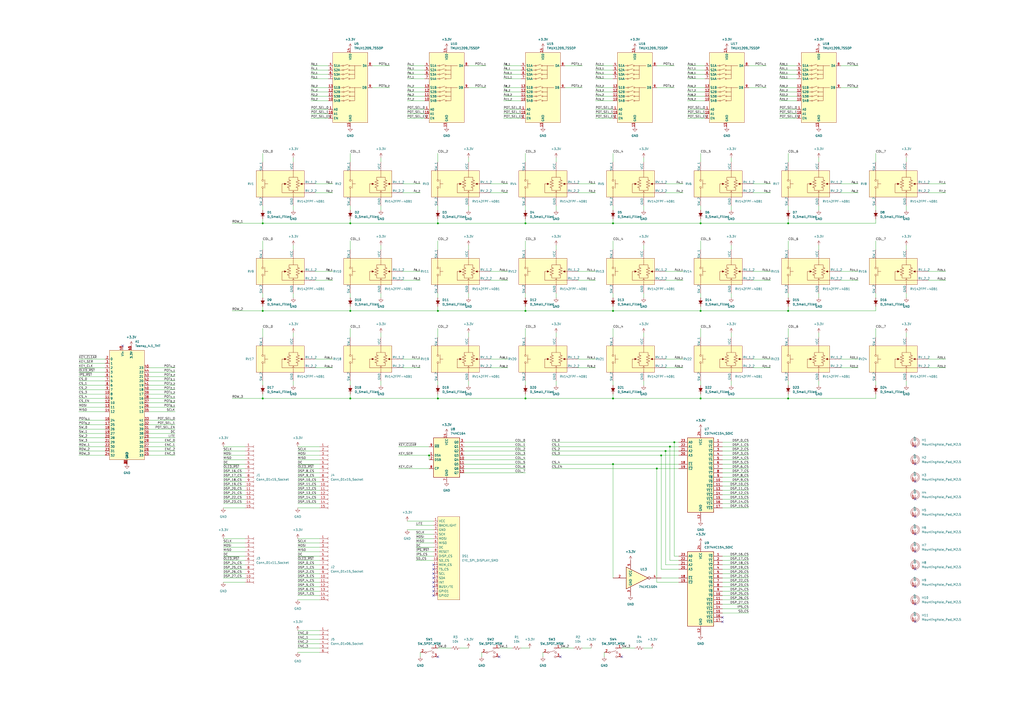
<source format=kicad_sch>
(kicad_sch (version 20230121) (generator eeschema)
  (paper "A2")
  (junction (at 152.4 180.34))
  (junction (at 254 180.34))
  (junction (at 386.08 261.62))
  (junction (at 355.6 180.34))
  (junction (at 406.4 231.14))
  (junction (at 381 271.78))
  (junction (at 457.2 231.14))
  (junction (at 304.8 180.34))
  (junction (at 203.2 231.14))
  (junction (at 457.2 180.34))
  (junction (at 355.6 269.24))
  (junction (at 254 231.14))
  (junction (at 203.2 129.54))
  (junction (at 388.62 259.08))
  (junction (at 152.4 231.14))
  (junction (at 406.4 129.54))
  (junction (at 254 129.54))
  (junction (at 203.2 180.34))
  (junction (at 248.92 264.16))
  (junction (at 355.6 231.14))
  (junction (at 391.16 256.54))
  (junction (at 152.4 129.54))
  (junction (at 304.8 129.54))
  (junction (at 457.2 129.54))
  (junction (at 304.8 231.14))
  (junction (at 406.4 180.34))
  (junction (at 383.54 264.16))
  (junction (at 355.6 129.54))
  (no_connect (at 530.86 350.52))
  (no_connect (at 530.86 340.36))
  (no_connect (at 71.12 200.66))
  (no_connect (at 530.86 330.2))
  (no_connect (at 419.1 360.68))
  (no_connect (at 251.46 332.74))
  (no_connect (at 530.86 289.56))
  (no_connect (at 530.86 360.68))
  (no_connect (at 530.86 259.08))
  (no_connect (at 251.46 327.66))
  (no_connect (at 360.68 381))
  (no_connect (at 530.86 279.4))
  (no_connect (at 325.12 381))
  (no_connect (at 251.46 342.9))
  (no_connect (at 530.86 299.72))
  (no_connect (at 251.46 340.36))
  (no_connect (at 254 381))
  (no_connect (at 251.46 337.82))
  (no_connect (at 419.1 358.14))
  (no_connect (at 251.46 330.2))
  (no_connect (at 530.86 309.88))
  (no_connect (at 251.46 345.44))
  (no_connect (at 289.56 381))
  (no_connect (at 530.86 269.24))
  (no_connect (at 530.86 320.04))
  (no_connect (at 251.46 335.28))
  (wire (pts (xy 398.78 50.8) (xy 408.94 50.8)))
  (wire (pts (xy 386.08 157.48) (xy 396.24 157.48)))
  (wire (pts (xy 436.88 213.36) (xy 447.04 213.36)))
  (wire (pts (xy 388.62 259.08) (xy 393.7 259.08)))
  (wire (pts (xy 203.2 139.7) (xy 203.2 144.78)))
  (wire (pts (xy 436.88 208.28) (xy 447.04 208.28)))
  (wire (pts (xy 292.1 58.42) (xy 302.26 58.42)))
  (wire (pts (xy 419.1 353.06) (xy 434.34 353.06)))
  (wire (pts (xy 284.48 208.28) (xy 294.64 208.28)))
  (wire (pts (xy 457.2 88.9) (xy 457.2 93.98)))
  (wire (pts (xy 398.78 53.34) (xy 408.94 53.34)))
  (wire (pts (xy 180.34 43.18) (xy 190.5 43.18)))
  (wire (pts (xy 271.78 193.04) (xy 271.78 195.58)))
  (wire (pts (xy 419.1 332.74) (xy 434.34 332.74)))
  (wire (pts (xy 487.68 208.28) (xy 497.84 208.28)))
  (wire (pts (xy 419.1 276.86) (xy 434.34 276.86)))
  (wire (pts (xy 129.54 279.4) (xy 142.24 279.4)))
  (wire (pts (xy 86.36 251.46) (xy 101.6 251.46)))
  (wire (pts (xy 419.1 292.1) (xy 434.34 292.1)))
  (wire (pts (xy 254 180.34) (xy 304.8 180.34)))
  (wire (pts (xy 236.22 40.64) (xy 246.38 40.64)))
  (wire (pts (xy 269.24 261.62) (xy 304.8 261.62)))
  (wire (pts (xy 452.12 53.34) (xy 462.28 53.34)))
  (wire (pts (xy 452.12 43.18) (xy 462.28 43.18)))
  (wire (pts (xy 373.38 119.38) (xy 373.38 121.92)))
  (wire (pts (xy 419.1 274.32) (xy 434.34 274.32)))
  (wire (pts (xy 172.72 337.82) (xy 185.42 337.82)))
  (wire (pts (xy 292.1 50.8) (xy 302.26 50.8)))
  (wire (pts (xy 419.1 281.94) (xy 434.34 281.94)))
  (wire (pts (xy 457.2 139.7) (xy 457.2 144.78)))
  (wire (pts (xy 129.54 322.58) (xy 142.24 322.58)))
  (wire (pts (xy 129.54 332.74) (xy 142.24 332.74)))
  (wire (pts (xy 424.18 142.24) (xy 424.18 144.78)))
  (wire (pts (xy 487.68 162.56) (xy 497.84 162.56)))
  (wire (pts (xy 182.88 208.28) (xy 193.04 208.28)))
  (wire (pts (xy 434.34 50.8) (xy 444.5 50.8)))
  (wire (pts (xy 292.1 53.34) (xy 302.26 53.34)))
  (wire (pts (xy 152.4 170.18) (xy 152.4 172.72)))
  (wire (pts (xy 129.54 330.2) (xy 142.24 330.2)))
  (wire (pts (xy 269.24 274.32) (xy 304.8 274.32)))
  (wire (pts (xy 241.3 322.58) (xy 251.46 322.58)))
  (wire (pts (xy 180.34 68.58) (xy 190.5 68.58)))
  (wire (pts (xy 129.54 314.96) (xy 142.24 314.96)))
  (wire (pts (xy 152.4 231.14) (xy 203.2 231.14)))
  (wire (pts (xy 172.72 292.1) (xy 185.42 292.1)))
  (wire (pts (xy 327.66 50.8) (xy 337.82 50.8)))
  (wire (pts (xy 388.62 325.12) (xy 388.62 259.08)))
  (wire (pts (xy 172.72 345.44) (xy 185.42 345.44)))
  (wire (pts (xy 152.4 119.38) (xy 152.4 121.92)))
  (wire (pts (xy 406.4 129.54) (xy 457.2 129.54)))
  (wire (pts (xy 391.16 256.54) (xy 391.16 322.58)))
  (wire (pts (xy 373.38 91.44) (xy 373.38 93.98)))
  (wire (pts (xy 345.44 38.1) (xy 355.6 38.1)))
  (wire (pts (xy 424.18 91.44) (xy 424.18 93.98)))
  (wire (pts (xy 129.54 335.28) (xy 142.24 335.28)))
  (wire (pts (xy 457.2 127) (xy 457.2 129.54)))
  (wire (pts (xy 254 170.18) (xy 254 172.72)))
  (wire (pts (xy 474.98 170.18) (xy 474.98 172.72)))
  (wire (pts (xy 474.98 193.04) (xy 474.98 195.58)))
  (wire (pts (xy 304.8 129.54) (xy 355.6 129.54)))
  (wire (pts (xy 182.88 162.56) (xy 193.04 162.56)))
  (wire (pts (xy 525.78 142.24) (xy 525.78 144.78)))
  (wire (pts (xy 254 139.7) (xy 254 144.78)))
  (wire (pts (xy 172.72 340.36) (xy 185.42 340.36)))
  (wire (pts (xy 203.2 129.54) (xy 254 129.54)))
  (wire (pts (xy 508 170.18) (xy 508 172.72)))
  (wire (pts (xy 327.66 38.1) (xy 337.82 38.1)))
  (wire (pts (xy 457.2 228.6) (xy 457.2 231.14)))
  (wire (pts (xy 393.7 322.58) (xy 391.16 322.58)))
  (wire (pts (xy 180.34 55.88) (xy 190.5 55.88)))
  (wire (pts (xy 419.1 261.62) (xy 434.34 261.62)))
  (wire (pts (xy 129.54 261.62) (xy 142.24 261.62)))
  (wire (pts (xy 203.2 177.8) (xy 203.2 180.34)))
  (wire (pts (xy 457.2 170.18) (xy 457.2 172.72)))
  (wire (pts (xy 508 119.38) (xy 508 121.92)))
  (wire (pts (xy 538.48 106.68) (xy 548.64 106.68)))
  (wire (pts (xy 241.3 317.5) (xy 251.46 317.5)))
  (wire (pts (xy 241.3 314.96) (xy 251.46 314.96)))
  (wire (pts (xy 320.04 259.08) (xy 388.62 259.08)))
  (wire (pts (xy 386.08 261.62) (xy 393.7 261.62)))
  (wire (pts (xy 241.3 325.12) (xy 251.46 325.12)))
  (wire (pts (xy 172.72 320.04) (xy 185.42 320.04)))
  (wire (pts (xy 269.24 259.08) (xy 304.8 259.08)))
  (wire (pts (xy 393.7 327.66) (xy 386.08 327.66)))
  (wire (pts (xy 172.72 294.64) (xy 185.42 294.64)))
  (wire (pts (xy 269.24 264.16) (xy 304.8 264.16)))
  (wire (pts (xy 335.28 106.68) (xy 345.44 106.68)))
  (wire (pts (xy 129.54 320.04) (xy 142.24 320.04)))
  (wire (pts (xy 381 38.1) (xy 391.16 38.1)))
  (wire (pts (xy 254 88.9) (xy 254 93.98)))
  (wire (pts (xy 386.08 106.68) (xy 396.24 106.68)))
  (wire (pts (xy 172.72 322.58) (xy 185.42 322.58)))
  (wire (pts (xy 203.2 190.5) (xy 203.2 195.58)))
  (wire (pts (xy 86.36 264.16) (xy 101.6 264.16)))
  (wire (pts (xy 215.9 38.1) (xy 226.06 38.1)))
  (wire (pts (xy 302.26 375.92) (xy 307.34 375.92)))
  (wire (pts (xy 220.98 119.38) (xy 220.98 121.92)))
  (wire (pts (xy 236.22 50.8) (xy 246.38 50.8)))
  (wire (pts (xy 203.2 88.9) (xy 203.2 93.98)))
  (wire (pts (xy 231.14 264.16) (xy 248.92 264.16)))
  (wire (pts (xy 508 190.5) (xy 508 195.58)))
  (wire (pts (xy 271.78 220.98) (xy 271.78 223.52)))
  (wire (pts (xy 345.44 58.42) (xy 355.6 58.42)))
  (wire (pts (xy 172.72 330.2) (xy 185.42 330.2)))
  (wire (pts (xy 86.36 233.68) (xy 101.6 233.68)))
  (wire (pts (xy 170.18 119.38) (xy 170.18 121.92)))
  (wire (pts (xy 304.8 88.9) (xy 304.8 93.98)))
  (wire (pts (xy 152.4 180.34) (xy 203.2 180.34)))
  (wire (pts (xy 203.2 231.14) (xy 254 231.14)))
  (wire (pts (xy 457.2 119.38) (xy 457.2 121.92)))
  (wire (pts (xy 180.34 58.42) (xy 190.5 58.42)))
  (wire (pts (xy 406.4 220.98) (xy 406.4 223.52)))
  (wire (pts (xy 129.54 289.56) (xy 142.24 289.56)))
  (wire (pts (xy 406.4 119.38) (xy 406.4 121.92)))
  (wire (pts (xy 419.1 347.98) (xy 434.34 347.98)))
  (wire (pts (xy 172.72 327.66) (xy 185.42 327.66)))
  (wire (pts (xy 45.72 215.9) (xy 60.96 215.9)))
  (wire (pts (xy 284.48 213.36) (xy 294.64 213.36)))
  (wire (pts (xy 86.36 220.98) (xy 101.6 220.98)))
  (wire (pts (xy 406.4 231.14) (xy 457.2 231.14)))
  (wire (pts (xy 355.6 180.34) (xy 406.4 180.34)))
  (wire (pts (xy 487.68 106.68) (xy 497.84 106.68)))
  (wire (pts (xy 419.1 289.56) (xy 434.34 289.56)))
  (wire (pts (xy 45.72 264.16) (xy 60.96 264.16)))
  (wire (pts (xy 508 88.9) (xy 508 93.98)))
  (wire (pts (xy 172.72 289.56) (xy 185.42 289.56)))
  (wire (pts (xy 320.04 264.16) (xy 383.54 264.16)))
  (wire (pts (xy 236.22 45.72) (xy 246.38 45.72)))
  (wire (pts (xy 172.72 335.28) (xy 185.42 335.28)))
  (wire (pts (xy 129.54 271.78) (xy 142.24 271.78)))
  (wire (pts (xy 419.1 269.24) (xy 434.34 269.24)))
  (wire (pts (xy 355.6 139.7) (xy 355.6 144.78)))
  (wire (pts (xy 172.72 276.86) (xy 185.42 276.86)))
  (wire (pts (xy 86.36 236.22) (xy 101.6 236.22)))
  (wire (pts (xy 172.72 373.38) (xy 185.42 373.38)))
  (wire (pts (xy 129.54 269.24) (xy 142.24 269.24)))
  (wire (pts (xy 86.36 256.54) (xy 101.6 256.54)))
  (wire (pts (xy 345.44 66.04) (xy 355.6 66.04)))
  (wire (pts (xy 271.78 50.8) (xy 281.94 50.8)))
  (wire (pts (xy 180.34 38.1) (xy 190.5 38.1)))
  (wire (pts (xy 386.08 213.36) (xy 396.24 213.36)))
  (wire (pts (xy 525.78 91.44) (xy 525.78 93.98)))
  (wire (pts (xy 398.78 68.58) (xy 408.94 68.58)))
  (wire (pts (xy 345.44 68.58) (xy 355.6 68.58)))
  (wire (pts (xy 236.22 66.04) (xy 246.38 66.04)))
  (wire (pts (xy 292.1 66.04) (xy 302.26 66.04)))
  (wire (pts (xy 254 375.92) (xy 261.62 375.92)))
  (wire (pts (xy 419.1 264.16) (xy 434.34 264.16)))
  (wire (pts (xy 335.28 162.56) (xy 345.44 162.56)))
  (wire (pts (xy 525.78 119.38) (xy 525.78 121.92)))
  (wire (pts (xy 457.2 231.14) (xy 508 231.14)))
  (wire (pts (xy 129.54 325.12) (xy 142.24 325.12)))
  (wire (pts (xy 322.58 220.98) (xy 322.58 223.52)))
  (wire (pts (xy 172.72 271.78) (xy 185.42 271.78)))
  (wire (pts (xy 322.58 142.24) (xy 322.58 144.78)))
  (wire (pts (xy 487.68 111.76) (xy 497.84 111.76)))
  (wire (pts (xy 419.1 279.4) (xy 434.34 279.4)))
  (wire (pts (xy 180.34 50.8) (xy 190.5 50.8)))
  (wire (pts (xy 304.8 180.34) (xy 355.6 180.34)))
  (wire (pts (xy 406.4 180.34) (xy 457.2 180.34)))
  (wire (pts (xy 170.18 91.44) (xy 170.18 93.98)))
  (wire (pts (xy 325.12 375.92) (xy 332.74 375.92)))
  (wire (pts (xy 304.8 119.38) (xy 304.8 121.92)))
  (wire (pts (xy 86.36 226.06) (xy 101.6 226.06)))
  (wire (pts (xy 406.4 228.6) (xy 406.4 231.14)))
  (wire (pts (xy 172.72 281.94) (xy 185.42 281.94)))
  (wire (pts (xy 406.4 190.5) (xy 406.4 195.58)))
  (wire (pts (xy 271.78 119.38) (xy 271.78 121.92)))
  (wire (pts (xy 45.72 226.06) (xy 60.96 226.06)))
  (wire (pts (xy 508 228.6) (xy 508 231.14)))
  (wire (pts (xy 248.92 264.16) (xy 248.92 266.7)))
  (wire (pts (xy 419.1 342.9) (xy 434.34 342.9)))
  (wire (pts (xy 292.1 43.18) (xy 302.26 43.18)))
  (wire (pts (xy 233.68 157.48) (xy 243.84 157.48)))
  (wire (pts (xy 292.1 55.88) (xy 302.26 55.88)))
  (wire (pts (xy 419.1 337.82) (xy 434.34 337.82)))
  (wire (pts (xy 383.54 264.16) (xy 393.7 264.16)))
  (wire (pts (xy 337.82 375.92) (xy 342.9 375.92)))
  (wire (pts (xy 452.12 55.88) (xy 462.28 55.88)))
  (wire (pts (xy 45.72 231.14) (xy 60.96 231.14)))
  (wire (pts (xy 345.44 63.5) (xy 355.6 63.5)))
  (wire (pts (xy 381 271.78) (xy 381 337.82)))
  (wire (pts (xy 335.28 208.28) (xy 345.44 208.28)))
  (wire (pts (xy 398.78 40.64) (xy 408.94 40.64)))
  (wire (pts (xy 220.98 193.04) (xy 220.98 195.58)))
  (wire (pts (xy 508 139.7) (xy 508 144.78)))
  (wire (pts (xy 172.72 365.76) (xy 185.42 365.76)))
  (wire (pts (xy 172.72 274.32) (xy 185.42 274.32)))
  (wire (pts (xy 398.78 66.04) (xy 408.94 66.04)))
  (wire (pts (xy 335.28 111.76) (xy 345.44 111.76)))
  (wire (pts (xy 172.72 370.84) (xy 185.42 370.84)))
  (wire (pts (xy 345.44 55.88) (xy 355.6 55.88)))
  (wire (pts (xy 129.54 259.08) (xy 142.24 259.08)))
  (wire (pts (xy 203.2 180.34) (xy 254 180.34)))
  (wire (pts (xy 254 190.5) (xy 254 195.58)))
  (wire (pts (xy 271.78 170.18) (xy 271.78 172.72)))
  (wire (pts (xy 152.4 228.6) (xy 152.4 231.14)))
  (wire (pts (xy 386.08 111.76) (xy 396.24 111.76)))
  (wire (pts (xy 320.04 269.24) (xy 355.6 269.24)))
  (wire (pts (xy 172.72 375.92) (xy 185.42 375.92)))
  (wire (pts (xy 269.24 266.7) (xy 304.8 266.7)))
  (wire (pts (xy 474.98 142.24) (xy 474.98 144.78)))
  (wire (pts (xy 86.36 248.92) (xy 101.6 248.92)))
  (wire (pts (xy 304.8 139.7) (xy 304.8 144.78)))
  (wire (pts (xy 152.4 139.7) (xy 152.4 144.78)))
  (wire (pts (xy 320.04 256.54) (xy 391.16 256.54)))
  (wire (pts (xy 45.72 223.52) (xy 60.96 223.52)))
  (wire (pts (xy 86.36 213.36) (xy 101.6 213.36)))
  (wire (pts (xy 45.72 248.92) (xy 60.96 248.92)))
  (wire (pts (xy 292.1 63.5) (xy 302.26 63.5)))
  (wire (pts (xy 180.34 63.5) (xy 190.5 63.5)))
  (wire (pts (xy 129.54 312.42) (xy 142.24 312.42)))
  (wire (pts (xy 508 127) (xy 508 129.54)))
  (wire (pts (xy 284.48 106.68) (xy 294.64 106.68)))
  (wire (pts (xy 398.78 63.5) (xy 408.94 63.5)))
  (wire (pts (xy 320.04 261.62) (xy 386.08 261.62)))
  (wire (pts (xy 86.36 218.44) (xy 101.6 218.44)))
  (wire (pts (xy 487.68 157.48) (xy 497.84 157.48)))
  (wire (pts (xy 304.8 177.8) (xy 304.8 180.34)))
  (wire (pts (xy 45.72 208.28) (xy 60.96 208.28)))
  (wire (pts (xy 419.1 335.28) (xy 434.34 335.28)))
  (wire (pts (xy 393.7 330.2) (xy 383.54 330.2)))
  (wire (pts (xy 355.6 177.8) (xy 355.6 180.34)))
  (wire (pts (xy 386.08 162.56) (xy 396.24 162.56)))
  (wire (pts (xy 386.08 327.66) (xy 386.08 261.62)))
  (wire (pts (xy 233.68 213.36) (xy 243.84 213.36)))
  (wire (pts (xy 436.88 162.56) (xy 447.04 162.56)))
  (wire (pts (xy 152.4 220.98) (xy 152.4 223.52)))
  (wire (pts (xy 86.36 228.6) (xy 101.6 228.6)))
  (wire (pts (xy 525.78 220.98) (xy 525.78 223.52)))
  (wire (pts (xy 335.28 213.36) (xy 345.44 213.36)))
  (wire (pts (xy 373.38 193.04) (xy 373.38 195.58)))
  (wire (pts (xy 134.62 129.54) (xy 152.4 129.54)))
  (wire (pts (xy 45.72 213.36) (xy 60.96 213.36)))
  (wire (pts (xy 355.6 228.6) (xy 355.6 231.14)))
  (wire (pts (xy 180.34 45.72) (xy 190.5 45.72)))
  (wire (pts (xy 172.72 342.9) (xy 185.42 342.9)))
  (wire (pts (xy 345.44 53.34) (xy 355.6 53.34)))
  (wire (pts (xy 269.24 256.54) (xy 304.8 256.54)))
  (wire (pts (xy 172.72 325.12) (xy 185.42 325.12)))
  (wire (pts (xy 170.18 193.04) (xy 170.18 195.58)))
  (wire (pts (xy 386.08 208.28) (xy 396.24 208.28)))
  (wire (pts (xy 304.8 127) (xy 304.8 129.54)))
  (wire (pts (xy 419.1 340.36) (xy 434.34 340.36)))
  (wire (pts (xy 233.68 208.28) (xy 243.84 208.28)))
  (wire (pts (xy 129.54 284.48) (xy 142.24 284.48)))
  (wire (pts (xy 254 119.38) (xy 254 121.92)))
  (wire (pts (xy 419.1 284.48) (xy 434.34 284.48)))
  (wire (pts (xy 419.1 294.64) (xy 434.34 294.64)))
  (wire (pts (xy 172.72 332.74) (xy 185.42 332.74)))
  (wire (pts (xy 236.22 43.18) (xy 246.38 43.18)))
  (wire (pts (xy 393.7 337.82) (xy 381 337.82)))
  (wire (pts (xy 419.1 350.52) (xy 434.34 350.52)))
  (wire (pts (xy 172.72 312.42) (xy 185.42 312.42)))
  (wire (pts (xy 419.1 355.6) (xy 434.34 355.6)))
  (wire (pts (xy 45.72 259.08) (xy 60.96 259.08)))
  (wire (pts (xy 129.54 276.86) (xy 142.24 276.86)))
  (wire (pts (xy 452.12 63.5) (xy 462.28 63.5)))
  (wire (pts (xy 474.98 119.38) (xy 474.98 121.92)))
  (wire (pts (xy 86.36 259.08) (xy 101.6 259.08)))
  (wire (pts (xy 424.18 170.18) (xy 424.18 172.72)))
  (wire (pts (xy 172.72 378.46) (xy 185.42 378.46)))
  (wire (pts (xy 508 177.8) (xy 508 180.34)))
  (wire (pts (xy 254 127) (xy 254 129.54)))
  (wire (pts (xy 398.78 58.42) (xy 408.94 58.42)))
  (wire (pts (xy 86.36 243.84) (xy 101.6 243.84)))
  (wire (pts (xy 398.78 45.72) (xy 408.94 45.72)))
  (wire (pts (xy 487.68 50.8) (xy 497.84 50.8)))
  (wire (pts (xy 180.34 40.64) (xy 190.5 40.64)))
  (wire (pts (xy 419.1 330.2) (xy 434.34 330.2)))
  (wire (pts (xy 215.9 50.8) (xy 226.06 50.8)))
  (wire (pts (xy 487.68 213.36) (xy 497.84 213.36)))
  (wire (pts (xy 236.22 58.42) (xy 246.38 58.42)))
  (wire (pts (xy 129.54 264.16) (xy 142.24 264.16)))
  (wire (pts (xy 86.36 261.62) (xy 101.6 261.62)))
  (wire (pts (xy 172.72 264.16) (xy 185.42 264.16)))
  (wire (pts (xy 86.36 246.38) (xy 101.6 246.38)))
  (wire (pts (xy 452.12 40.64) (xy 462.28 40.64)))
  (wire (pts (xy 134.62 180.34) (xy 152.4 180.34)))
  (wire (pts (xy 452.12 45.72) (xy 462.28 45.72)))
  (wire (pts (xy 538.48 208.28) (xy 548.64 208.28)))
  (wire (pts (xy 304.8 170.18) (xy 304.8 172.72)))
  (wire (pts (xy 45.72 256.54) (xy 60.96 256.54)))
  (wire (pts (xy 220.98 170.18) (xy 220.98 172.72)))
  (wire (pts (xy 314.96 378.46) (xy 314.96 381)))
  (wire (pts (xy 129.54 274.32) (xy 142.24 274.32)))
  (wire (pts (xy 152.4 129.54) (xy 203.2 129.54)))
  (wire (pts (xy 254 231.14) (xy 304.8 231.14)))
  (wire (pts (xy 172.72 279.4) (xy 185.42 279.4)))
  (wire (pts (xy 436.88 157.48) (xy 447.04 157.48)))
  (wire (pts (xy 538.48 162.56) (xy 548.64 162.56)))
  (wire (pts (xy 86.36 238.76) (xy 101.6 238.76)))
  (wire (pts (xy 292.1 38.1) (xy 302.26 38.1)))
  (wire (pts (xy 436.88 111.76) (xy 447.04 111.76)))
  (wire (pts (xy 279.4 378.46) (xy 279.4 381)))
  (wire (pts (xy 271.78 142.24) (xy 271.78 144.78)))
  (wire (pts (xy 419.1 266.7) (xy 434.34 266.7)))
  (wire (pts (xy 241.3 309.88) (xy 251.46 309.88)))
  (wire (pts (xy 236.22 307.34) (xy 251.46 307.34)))
  (wire (pts (xy 45.72 220.98) (xy 60.96 220.98)))
  (wire (pts (xy 304.8 228.6) (xy 304.8 231.14)))
  (wire (pts (xy 182.88 111.76) (xy 193.04 111.76)))
  (wire (pts (xy 203.2 220.98) (xy 203.2 223.52)))
  (wire (pts (xy 129.54 266.7) (xy 142.24 266.7)))
  (wire (pts (xy 304.8 220.98) (xy 304.8 223.52)))
  (wire (pts (xy 45.72 238.76) (xy 60.96 238.76)))
  (wire (pts (xy 360.68 375.92) (xy 368.3 375.92)))
  (wire (pts (xy 424.18 119.38) (xy 424.18 121.92)))
  (wire (pts (xy 457.2 129.54) (xy 508 129.54)))
  (wire (pts (xy 243.84 378.46) (xy 243.84 381)))
  (wire (pts (xy 172.72 287.02) (xy 185.42 287.02)))
  (wire (pts (xy 391.16 256.54) (xy 393.7 256.54)))
  (wire (pts (xy 271.78 91.44) (xy 271.78 93.98)))
  (wire (pts (xy 172.72 259.08) (xy 185.42 259.08)))
  (wire (pts (xy 45.72 251.46) (xy 60.96 251.46)))
  (wire (pts (xy 284.48 157.48) (xy 294.64 157.48)))
  (wire (pts (xy 304.8 190.5) (xy 304.8 195.58)))
  (wire (pts (xy 457.2 177.8) (xy 457.2 180.34)))
  (wire (pts (xy 233.68 162.56) (xy 243.84 162.56)))
  (wire (pts (xy 182.88 213.36) (xy 193.04 213.36)))
  (wire (pts (xy 355.6 190.5) (xy 355.6 195.58)))
  (wire (pts (xy 172.72 269.24) (xy 185.42 269.24)))
  (wire (pts (xy 152.4 190.5) (xy 152.4 195.58)))
  (wire (pts (xy 452.12 66.04) (xy 462.28 66.04)))
  (wire (pts (xy 86.36 223.52) (xy 101.6 223.52)))
  (wire (pts (xy 86.36 254) (xy 101.6 254)))
  (wire (pts (xy 220.98 220.98) (xy 220.98 223.52)))
  (wire (pts (xy 452.12 68.58) (xy 462.28 68.58)))
  (wire (pts (xy 406.4 170.18) (xy 406.4 172.72)))
  (wire (pts (xy 134.62 231.14) (xy 152.4 231.14)))
  (wire (pts (xy 419.1 271.78) (xy 434.34 271.78)))
  (wire (pts (xy 345.44 45.72) (xy 355.6 45.72)))
  (wire (pts (xy 203.2 119.38) (xy 203.2 121.92)))
  (wire (pts (xy 355.6 129.54) (xy 406.4 129.54)))
  (wire (pts (xy 45.72 236.22) (xy 60.96 236.22)))
  (wire (pts (xy 182.88 106.68) (xy 193.04 106.68)))
  (wire (pts (xy 508 220.98) (xy 508 223.52)))
  (wire (pts (xy 172.72 317.5) (xy 185.42 317.5)))
  (wire (pts (xy 373.38 170.18) (xy 373.38 172.72)))
  (wire (pts (xy 525.78 193.04) (xy 525.78 195.58)))
  (wire (pts (xy 292.1 68.58) (xy 302.26 68.58)))
  (wire (pts (xy 170.18 220.98) (xy 170.18 223.52)))
  (wire (pts (xy 292.1 40.64) (xy 302.26 40.64)))
  (wire (pts (xy 355.6 88.9) (xy 355.6 93.98)))
  (wire (pts (xy 355.6 231.14) (xy 406.4 231.14)))
  (wire (pts (xy 152.4 177.8) (xy 152.4 180.34)))
  (wire (pts (xy 236.22 63.5) (xy 246.38 63.5)))
  (wire (pts (xy 129.54 292.1) (xy 142.24 292.1)))
  (wire (pts (xy 452.12 50.8) (xy 462.28 50.8)))
  (wire (pts (xy 182.88 157.48) (xy 193.04 157.48)))
  (wire (pts (xy 538.48 157.48) (xy 548.64 157.48)))
  (wire (pts (xy 474.98 220.98) (xy 474.98 223.52)))
  (wire (pts (xy 487.68 38.1) (xy 497.84 38.1)))
  (wire (pts (xy 236.22 38.1) (xy 246.38 38.1)))
  (wire (pts (xy 373.38 375.92) (xy 378.46 375.92)))
  (wire (pts (xy 170.18 170.18) (xy 170.18 172.72)))
  (wire (pts (xy 419.1 256.54) (xy 434.34 256.54)))
  (wire (pts (xy 322.58 170.18) (xy 322.58 172.72)))
  (wire (pts (xy 269.24 269.24) (xy 304.8 269.24)))
  (wire (pts (xy 304.8 231.14) (xy 355.6 231.14)))
  (wire (pts (xy 419.1 325.12) (xy 434.34 325.12)))
  (wire (pts (xy 406.4 88.9) (xy 406.4 93.98)))
  (wire (pts (xy 373.38 220.98) (xy 373.38 223.52)))
  (wire (pts (xy 406.4 139.7) (xy 406.4 144.78)))
  (wire (pts (xy 129.54 287.02) (xy 142.24 287.02)))
  (wire (pts (xy 172.72 347.98) (xy 185.42 347.98)))
  (wire (pts (xy 271.78 38.1) (xy 281.94 38.1)))
  (wire (pts (xy 398.78 38.1) (xy 408.94 38.1)))
  (wire (pts (xy 525.78 170.18) (xy 525.78 172.72)))
  (wire (pts (xy 233.68 106.68) (xy 243.84 106.68)))
  (wire (pts (xy 172.72 261.62) (xy 185.42 261.62)))
  (wire (pts (xy 292.1 45.72) (xy 302.26 45.72)))
  (wire (pts (xy 355.6 269.24) (xy 355.6 335.28)))
  (wire (pts (xy 203.2 228.6) (xy 203.2 231.14)))
  (wire (pts (xy 419.1 327.66) (xy 434.34 327.66)))
  (wire (pts (xy 452.12 38.1) (xy 462.28 38.1)))
  (wire (pts (xy 350.52 378.46) (xy 350.52 381)))
  (wire (pts (xy 345.44 43.18) (xy 355.6 43.18)))
  (wire (pts (xy 474.98 91.44) (xy 474.98 93.98)))
  (wire (pts (xy 538.48 111.76) (xy 548.64 111.76)))
  (wire (pts (xy 233.68 111.76) (xy 243.84 111.76)))
  (wire (pts (xy 241.3 320.04) (xy 251.46 320.04)))
  (wire (pts (xy 220.98 142.24) (xy 220.98 144.78)))
  (wire (pts (xy 457.2 180.34) (xy 508 180.34)))
  (wire (pts (xy 381 271.78) (xy 393.7 271.78)))
  (wire (pts (xy 45.72 233.68) (xy 60.96 233.68)))
  (wire (pts (xy 393.7 325.12) (xy 388.62 325.12)))
  (wire (pts (xy 203.2 127) (xy 203.2 129.54)))
  (wire (pts (xy 452.12 58.42) (xy 462.28 58.42)))
  (wire (pts (xy 289.56 375.92) (xy 297.18 375.92)))
  (wire (pts (xy 269.24 271.78) (xy 304.8 271.78)))
  (wire (pts (xy 398.78 55.88) (xy 408.94 55.88)))
  (wire (pts (xy 538.48 213.36) (xy 548.64 213.36)))
  (wire (pts (xy 45.72 254) (xy 60.96 254)))
  (wire (pts (xy 172.72 266.7) (xy 185.42 266.7)))
  (wire (pts (xy 45.72 210.82) (xy 60.96 210.82)))
  (wire (pts (xy 236.22 53.34) (xy 246.38 53.34)))
  (wire (pts (xy 406.4 127) (xy 406.4 129.54)))
  (wire (pts (xy 45.72 261.62) (xy 60.96 261.62)))
  (wire (pts (xy 266.7 375.92) (xy 271.78 375.92)))
  (wire (pts (xy 322.58 91.44) (xy 322.58 93.98)))
  (wire (pts (xy 241.3 312.42) (xy 251.46 312.42)))
  (wire (pts (xy 345.44 40.64) (xy 355.6 40.64)))
  (wire (pts (xy 419.1 345.44) (xy 434.34 345.44)))
  (wire (pts (xy 284.48 162.56) (xy 294.64 162.56)))
  (wire (pts (xy 254 177.8) (xy 254 180.34)))
  (wire (pts (xy 320.04 271.78) (xy 381 271.78)))
  (wire (pts (xy 45.72 246.38) (xy 60.96 246.38)))
  (wire (pts (xy 322.58 193.04) (xy 322.58 195.58)))
  (wire (pts (xy 424.18 220.98) (xy 424.18 223.52)))
  (wire (pts (xy 419.1 259.08) (xy 434.34 259.08)))
  (wire (pts (xy 355.6 220.98) (xy 355.6 223.52)))
  (wire (pts (xy 236.22 302.26) (xy 251.46 302.26)))
  (wire (pts (xy 434.34 38.1) (xy 444.5 38.1)))
  (wire (pts (xy 355.6 170.18) (xy 355.6 172.72)))
  (wire (pts (xy 203.2 170.18) (xy 203.2 172.72)))
  (wire (pts (xy 45.72 218.44) (xy 60.96 218.44)))
  (wire (pts (xy 129.54 294.64) (xy 142.24 294.64)))
  (wire (pts (xy 152.4 88.9) (xy 152.4 93.98)))
  (wire (pts (xy 398.78 43.18) (xy 408.94 43.18)))
  (wire (pts (xy 180.34 66.04) (xy 190.5 66.04)))
  (wire (pts (xy 129.54 317.5) (xy 142.24 317.5)))
  (wire (pts (xy 220.98 91.44) (xy 220.98 93.98)))
  (wire (pts (xy 383.54 330.2) (xy 383.54 264.16)))
  (wire (pts (xy 129.54 337.82) (xy 142.24 337.82)))
  (wire (pts (xy 345.44 50.8) (xy 355.6 50.8)))
  (wire (pts (xy 86.36 231.14) (xy 101.6 231.14)))
  (wire (pts (xy 457.2 190.5) (xy 457.2 195.58)))
  (wire (pts (xy 355.6 119.38) (xy 355.6 121.92)))
  (wire (pts (xy 231.14 259.08) (xy 248.92 259.08)))
  (wire (pts (xy 170.18 142.24) (xy 170.18 144.78)))
  (wire (pts (xy 241.3 304.8) (xy 251.46 304.8)))
  (wire (pts (xy 45.72 243.84) (xy 60.96 243.84)))
  (wire (pts (xy 355.6 127) (xy 355.6 129.54)))
  (wire (pts (xy 457.2 220.98) (xy 457.2 223.52)))
  (wire (pts (xy 436.88 106.68) (xy 447.04 106.68)))
  (wire (pts (xy 172.72 368.3) (xy 185.42 368.3)))
  (wire (pts (xy 335.28 157.48) (xy 345.44 157.48)))
  (wire (pts (xy 86.36 215.9) (xy 101.6 215.9)))
  (wire (pts (xy 254 228.6) (xy 254 231.14)))
  (wire (pts (xy 373.38 142.24) (xy 373.38 144.78)))
  (wire (pts (xy 383.54 335.28) (xy 393.7 335.28)))
  (wire (pts (xy 129.54 281.94) (xy 142.24 281.94)))
  (wire (pts (xy 172.72 284.48) (xy 185.42 284.48)))
  (wire (pts (xy 172.72 314.96) (xy 185.42 314.96)))
  (wire (pts (xy 236.22 68.58) (xy 246.38 68.58)))
  (wire (pts (xy 254 129.54) (xy 304.8 129.54)))
  (wire (pts (xy 322.58 119.38) (xy 322.58 121.92)))
  (wire (pts (xy 419.1 287.02) (xy 434.34 287.02)))
  (wire (pts (xy 180.34 53.34) (xy 190.5 53.34)))
  (wire (pts (xy 406.4 177.8) (xy 406.4 180.34)))
  (wire (pts (xy 236.22 55.88) (xy 246.38 55.88)))
  (wire (pts (xy 45.72 228.6) (xy 60.96 228.6)))
  (wire (pts (xy 231.14 271.78) (xy 248.92 271.78)))
  (wire (pts (xy 393.7 269.24) (xy 355.6 269.24)))
  (wire (pts (xy 284.48 111.76) (xy 294.64 111.76)))
  (wire (pts (xy 381 50.8) (xy 391.16 50.8)))
  (wire (pts (xy 424.18 193.04) (xy 424.18 195.58)))
  (wire (pts (xy 254 220.98) (xy 254 223.52)))
  (wire (pts (xy 152.4 127) (xy 152.4 129.54)))
  (wire (pts (xy 129.54 327.66) (xy 142.24 327.66)))
  (wire (pts (xy 419.1 322.58) (xy 434.34 322.58)))
  (label "POT_SEL_1" (at 398.78 66.04 0))
  (label "DSP_10_CS" (at 172.72 279.4 0))
  (label "A_{15_1}" (at 345.44 45.72 0))
  (label "A_{18_2}" (at 398.78 55.88 0))
  (label "DSP_0_CS" (at 172.72 327.66 0))
  (label "A_{15_2}" (at 345.44 58.42 0))
  (label "COL_1" (at 203.2 190.5 0))
  (label "MISO" (at 172.72 266.7 0))
  (label "A_{20_1}" (at 452.12 38.1 0))
  (label "MISO" (at 172.72 320.04 0))
  (label "A_{23_1}" (at 548.64 208.28 180))
  (label "POT_{0_2}" (at 101.6 233.68 180))
  (label "DSP_7_CS" (at 172.72 345.44 0))
  (label "POT_{1_1}" (at 101.6 231.14 180))
  (label "POT_SEL_0" (at 180.34 63.5 0))
  (label "A_{5_1}" (at 236.22 40.64 0))
  (label "ROW_1" (at 134.62 129.54 0))
  (label "DSP_2_CS" (at 172.72 332.74 0))
  (label "DSP_1_CS" (at 172.72 330.2 0))
  (label "COL_4" (at 355.6 190.5 0))
  (label "DSP_25_CS" (at 434.34 345.44 180))
  (label "A_{22_2}" (at 452.12 55.88 0))
  (label "POT_{1_1}" (at 281.94 38.1 180))
  (label "A_{8_2}" (at 292.1 50.8 0))
  (label "~{OLED_RST}" (at 45.72 215.9 0))
  (label "DSP_9_CS" (at 172.72 276.86 0))
  (label "MOSI" (at 45.72 236.22 0))
  (label "A_{7_2}" (at 236.22 58.42 0))
  (label "CS_1" (at 45.72 223.52 0))
  (label "COL_5" (at 406.4 88.9 0))
  (label "COL_7" (at 304.8 274.32 180))
  (label "A_{20_2}" (at 396.24 213.36 180))
  (label "POT_SEL_EN" (at 452.12 68.58 0))
  (label "A_{16_1}" (at 193.04 208.28 180))
  (label "A_{21_2}" (at 447.04 213.36 180))
  (label "POT_{3_1}" (at 101.6 220.98 180))
  (label "DSP_8_CS" (at 434.34 276.86 180))
  (label "A_{4_2}" (at 236.22 50.8 0))
  (label "POT_{5_2}" (at 497.84 50.8 180))
  (label "COL_1" (at 304.8 259.08 180))
  (label "A_{14_1}" (at 345.44 43.18 0))
  (label "COL_1" (at 203.2 88.9 0))
  (label "A_{3_2}" (at 180.34 58.42 0))
  (label "A_{14_2}" (at 497.84 162.56 180))
  (label "A_{19_2}" (at 398.78 58.42 0))
  (label "IPS_CS" (at 434.34 353.06 180))
  (label "A_{11_2}" (at 292.1 58.42 0))
  (label "A_{8_1}" (at 193.04 157.48 180))
  (label "A_{7_1}" (at 236.22 45.72 0))
  (label "A_{2_1}" (at 180.34 43.18 0))
  (label "DSP_18_CS" (at 434.34 327.66 180))
  (label "POT_{0_1}" (at 101.6 236.22 180))
  (label "COL_5" (at 406.4 139.7 0))
  (label "SD_CS" (at 434.34 355.6 180))
  (label "A_{0_1}" (at 193.04 106.68 180))
  (label "SW_3" (at 45.72 256.54 0))
  (label "DSP_1_CS" (at 434.34 259.08 180))
  (label "A_{1_2}" (at 180.34 53.34 0))
  (label "A_{10_1}" (at 294.64 157.48 180))
  (label "A_{0_1}" (at 180.34 38.1 0))
  (label "COL_2" (at 254 190.5 0))
  (label "SW_0" (at 45.72 248.92 0))
  (label "DC" (at 101.6 251.46 180))
  (label "MISO" (at 129.54 320.04 0))
  (label "A_{16_1}" (at 398.78 38.1 0))
  (label "POT_SEL_0" (at 236.22 63.5 0))
  (label "DC" (at 129.54 269.24 0))
  (label "COL_4" (at 355.6 139.7 0))
  (label "DSP_23_CS" (at 434.34 340.36 180))
  (label "A_{14_1}" (at 497.84 157.48 180))
  (label "POT_{2_2}" (at 337.82 50.8 180))
  (label "POT_{1_2}" (at 101.6 228.6 180))
  (label "POT_{5_1}" (at 497.84 38.1 180))
  (label "A_{6_1}" (at 236.22 43.18 0))
  (label "A_{4_1}" (at 236.22 38.1 0))
  (label "A_{9_2}" (at 243.84 162.56 180))
  (label "COL_5" (at 304.8 269.24 180))
  (label "ENC_0" (at 172.72 368.3 0))
  (label "DSP_21_CS" (at 129.54 287.02 0))
  (label "MISO" (at 241.3 314.96 0))
  (label "ENC_1" (at 172.72 370.84 0))
  (label "A_{23_2}" (at 548.64 213.36 180))
  (label "DC" (at 172.72 269.24 0))
  (label "POT_{2_1}" (at 101.6 226.06 180))
  (label "DC" (at 129.54 322.58 0))
  (label "ENC_2" (at 101.6 261.62 180))
  (label "A_{12_2}" (at 396.24 162.56 180))
  (label "SW_0" (at 254 375.92 0))
  (label "A_{18_2}" (at 294.64 213.36 180))
  (label "A_{13_2}" (at 345.44 53.34 0))
  (label "KEY_CLK" (at 231.14 271.78 0))
  (label "POT_SEL_0" (at 345.44 63.5 0))
  (label "A_{21_1}" (at 447.04 208.28 180))
  (label "SD_CS" (at 241.3 325.12 0))
  (label "POT_SEL_EN" (at 180.34 68.58 0))
  (label "DC" (at 172.72 322.58 0))
  (label "DSP_21_CS" (at 434.34 335.28 180))
  (label "POT_{0_2}" (at 226.06 50.8 180))
  (label "CS_2" (at 45.72 226.06 0))
  (label "POT_SEL_0" (at 292.1 63.5 0))
  (label "DSP_15_CS" (at 172.72 292.1 0))
  (label "A_{23_1}" (at 452.12 45.72 0))
  (label "DSP_14_CS" (at 434.34 292.1 180))
  (label "A_{2_2}" (at 180.34 55.88 0))
  (label "A_{4_2}" (at 396.24 111.76 180))
  (label "~{IPS_RST}" (at 45.72 218.44 0))
  (label "ROW_3" (at 134.62 231.14 0))
  (label "SCLK" (at 129.54 261.62 0))
  (label "POT_{4_1}" (at 444.5 38.1 180))
  (label "DSP_6_CS" (at 172.72 342.9 0))
  (label "A_{22_2}" (at 497.84 213.36 180))
  (label "DSP_4_CS" (at 434.34 266.7 180))
  (label "A_{15_1}" (at 548.64 157.48 180))
  (label "ENC_0" (at 101.6 256.54 180))
  (label "COL_3" (at 304.8 264.16 180))
  (label "DSP_23_CS" (at 129.54 292.1 0))
  (label "POT_SEL_EN" (at 398.78 68.58 0))
  (label "DSP_17_CS" (at 129.54 276.86 0))
  (label "A_{17_2}" (at 398.78 53.34 0))
  (label "CS_EN" (at 320.04 271.78 0))
  (label "COL_0" (at 304.8 256.54 180))
  (label "A_{21_2}" (at 452.12 53.34 0))
  (label "CS_0" (at 320.04 256.54 0))
  (label "POT_SEL_1" (at 292.1 66.04 0))
  (label "~{OLED_RST}" (at 129.54 271.78 0))
  (label "POT_{3_1}" (at 391.16 38.1 180))
  (label "DC" (at 241.3 317.5 0))
  (label "MOSI" (at 129.54 264.16 0))
  (label "ENC_2" (at 172.72 373.38 0))
  (label "COL_3" (at 304.8 139.7 0))
  (label "POT_{1_2}" (at 281.94 50.8 180))
  (label "CS_EN" (at 45.72 233.68 0))
  (label "A_{12_1}" (at 396.24 157.48 180))
  (label "POT_{2_1}" (at 337.82 38.1 180))
  (label "A_{7_2}" (at 548.64 111.76 180))
  (label "DSP_3_CS" (at 434.34 264.16 180))
  (label "A_{11_1}" (at 345.44 157.48 180))
  (label "KEY_CLK" (at 45.72 213.36 0))
  (label "SCLK" (at 101.6 238.76 180))
  (label "A_{2_2}" (at 294.64 111.76 180))
  (label "A_{6_1}" (at 497.84 106.68 180))
  (label "COL_0" (at 152.4 139.7 0))
  (label "POT_SEL_0" (at 101.6 243.84 180))
  (label "DSP_20_CS" (at 434.34 332.74 180))
  (label "POT_SEL_EN" (at 292.1 68.58 0))
  (label "A_{5_2}" (at 236.22 53.34 0))
  (label "A_{10_1}" (at 292.1 43.18 0))
  (label "DSP_22_CS" (at 129.54 289.56 0))
  (label "DSP_25_CS" (at 129.54 330.2 0))
  (label "COL_1" (at 203.2 139.7 0))
  (label "A_{19_1}" (at 398.78 45.72 0))
  (label "A_{9_1}" (at 243.84 157.48 180))
  (label "DSP_22_CS" (at 434.34 337.82 180))
  (label "DSP_12_CS" (at 434.34 287.02 180))
  (label "DSP_7_CS" (at 434.34 274.32 180))
  (label "A_{19_2}" (at 345.44 213.36 180))
  (label "DSP_5_CS" (at 172.72 340.36 0))
  (label "DSP_13_CS" (at 434.34 289.56 180))
  (label "POT_SEL_1" (at 452.12 66.04 0))
  (label "CS_4" (at 45.72 231.14 0))
  (label "DSP_3_CS" (at 172.72 335.28 0))
  (label "A_{13_1}" (at 345.44 40.64 0))
  (label "POT_SEL_1" (at 345.44 66.04 0))
  (label "COL_4" (at 355.6 88.9 0))
  (label "A_{2_1}" (at 294.64 106.68 180))
  (label "CS_2" (at 320.04 261.62 0))
  (label "ENC_1" (at 101.6 259.08 180))
  (label "COL_7" (at 508 88.9 0))
  (label "DSP_27_CS" (at 129.54 335.28 0))
  (label "A_{6_2}" (at 236.22 55.88 0))
  (label "DSP_2_CS" (at 434.34 261.62 180))
  (label "DSP_15_CS" (at 434.34 294.64 180))
  (label "A_{17_2}" (at 243.84 213.36 180))
  (label "POT_SEL_EN" (at 345.44 68.58 0))
  (label "A_{6_2}" (at 497.84 111.76 180))
  (label "DSP_10_CS" (at 434.34 281.94 180))
  (label "DSP_26_CS" (at 129.54 332.74 0))
  (label "CS_3" (at 45.72 228.6 0))
  (label "SCLK" (at 129.54 314.96 0))
  (label "~{IPS_RST}" (at 241.3 320.04 0))
  (label "A_{10_2}" (at 292.1 55.88 0))
  (label "DSP_20_CS" (at 129.54 284.48 0))
  (label "~{OLED_RST}" (at 172.72 325.12 0))
  (label "A_{15_2}" (at 548.64 162.56 180))
  (label "SCLK" (at 172.72 314.96 0))
  (label "A_{17_1}" (at 398.78 40.64 0))
  (label "DSP_19_CS" (at 434.34 330.2 180))
  (label "A_{1_1}" (at 243.84 106.68 180))
  (label "POT_SEL_0" (at 398.78 63.5 0))
  (label "MOSI" (at 172.72 264.16 0))
  (label "A_{9_1}" (at 292.1 40.64 0))
  (label "POT_SEL_EN" (at 236.22 68.58 0))
  (label "~{OLED_RST}" (at 129.54 325.12 0))
  (label "ENC_3" (at 172.72 375.92 0))
  (label "ROW_2" (at 45.72 261.62 0))
  (label "A_{4_1}" (at 396.24 106.68 180))
  (label "ROW_3" (at 45.72 264.16 0))
  (label "COL_2" (at 254 88.9 0))
  (label "SW_2" (at 45.72 254 0))
  (label "DSP_24_CS" (at 434.34 342.9 180))
  (label "POT_{4_1}" (at 101.6 215.9 180))
  (label "COL_6" (at 457.2 139.7 0))
  (label "MOSI" (at 241.3 312.42 0))
  (label "A_{11_2}" (at 345.44 162.56 180))
  (label "ROW_1" (at 45.72 259.08 0))
  (label "DSP_19_CS" (at 129.54 281.94 0))
  (label "DSP_14_CS" (at 172.72 289.56 0))
  (label "COL_0" (at 152.4 88.9 0))
  (label "A_{3_1}" (at 180.34 45.72 0))
  (label "A_{8_1}" (at 292.1 38.1 0))
  (label "POT_{4_2}" (at 444.5 50.8 180))
  (label "SCLK" (at 241.3 309.88 0))
  (label "POT_{3_2}" (at 391.16 50.8 180))
  (label "MOSI" (at 172.72 317.5 0))
  (label "A_{12_2}" (at 345.44 50.8 0))
  (label "DSP_6_CS" (at 434.34 271.78 180))
  (label "DSP_4_CS" (at 172.72 337.82 0))
  (label "SW_2" (at 325.12 375.92 0))
  (label "DSP_17_CS" (at 434.34 325.12 180))
  (label "A_{0_2}" (at 180.34 50.8 0))
  (label "DSP_27_CS" (at 434.34 350.52 180))
  (label "A_{0_2}" (at 193.04 111.76 180))
  (label "SCLK" (at 172.72 261.62 0))
  (label "DSP_18_CS" (at 129.54 279.4 0))
  (label "COL_2" (at 254 139.7 0))
  (label "A_{9_2}" (at 292.1 53.34 0))
  (label "DSP_5_CS" (at 434.34 269.24 180))
  (label "ENC_3" (at 101.6 264.16 180))
  (label "POT_{5_1}" (at 45.72 243.84 0))
  (label "POT_{0_1}" (at 226.06 38.1 180))
  (label "MOSI" (at 129.54 317.5 0))
  (label "POT_SEL_0" (at 452.12 63.5 0))
  (label "SW_3" (at 360.68 375.92 0))
  (label "COL_7" (at 508 190.5 0))
  (label "MISO" (at 129.54 266.7 0))
  (label "A_{14_2}" (at 345.44 55.88 0))
  (label "A_{5_2}" (at 447.04 111.76 180))
  (label "DSP_12_CS" (at 172.72 284.48 0))
  (label "CS_3" (at 320.04 264.16 0))
  (label "A_{1_2}" (at 243.84 111.76 180))
  (label "A_{22_1}" (at 497.84 208.28 180))
  (label "~{KEY_CLEAR}" (at 45.72 208.28 0))
  (label "A_{23_2}" (at 452.12 58.42 0))
  (label "COL_7" (at 508 139.7 0))
  (label "LITE" (at 101.6 254 180))
  (label "SW_1" (at 45.72 251.46 0))
  (label "A_{5_1}" (at 447.04 106.68 180))
  (label "A_{3_1}" (at 345.44 106.68 180))
  (label "POT_{4_2}" (at 101.6 213.36 180))
  (label "COL_3" (at 304.8 190.5 0))
  (label "KEY_SER" (at 45.72 210.82 0))
  (label "CS_1" (at 320.04 259.08 0))
  (label "POT_SEL_1" (at 180.34 66.04 0))
  (label "A_{18_1}" (at 294.64 208.28 180))
  (label "POT_{5_2}" (at 45.72 246.38 0))
  (label "A_{18_1}" (at 398.78 43.18 0))
  (label "DSP_11_CS" (at 434.34 284.48 180))
  (label "KEY_SER" (at 231.14 264.16 0))
  (label "POT_SEL_1" (at 236.22 66.04 0))
  (label "DSP_26_CS" (at 434.34 347.98 180))
  (label "A_{16_2}" (at 398.78 50.8 0))
  (label "A_{20_1}" (at 396.24 208.28 180))
  (label "DSP_11_CS" (at 172.72 281.94 0))
  (label "ROW_2" (at 134.62 180.34 0))
  (label "CS_0" (at 45.72 220.98 0))
  (label "A_{20_2}" (at 452.12 50.8 0))
  (label "DSP_24_CS" (at 129.54 327.66 0))
  (label "POT_{2_2}" (at 101.6 223.52 180))
  (label "A_{16_2}" (at 193.04 213.36 180))
  (label "COL_6" (at 304.8 271.78 180))
  (label "DSP_0_CS" (at 434.34 256.54 180))
  (label "POT_{3_2}" (at 101.6 218.44 180))
  (label "CS_4" (at 320.04 269.24 0))
  (label "A_{7_1}" (at 548.64 106.68 180))
  (label "A_{19_1}" (at 345.44 208.28 180))
  (label "A_{8_2}" (at 193.04 162.56 180))
  (label "~{KEY_CLEAR}" (at 231.14 259.08 0))
  (label "A_{12_1}" (at 345.44 38.1 0))
  (label "A_{3_2}" (at 345.44 111.76 180))
  (label "A_{10_2}" (at 294.64 162.56 180))
  (label "COL_3" (at 304.8 88.9 0))
  (label "A_{13_2}" (at 447.04 162.56 180))
  (label "A_{13_1}" (at 447.04 157.48 180))
  (label "LITE" (at 241.3 304.8 0))
  (label "COL_0" (at 152.4 190.5 0))
  (label "POT_SEL_1" (at 101.6 246.38 180))
  (label "A_{21_1}" (at 452.12 40.64 0))
  (label "DSP_13_CS" (at 172.72 287.02 0))
  (label "A_{17_1}" (at 243.84 208.28 180))
  (label "SW_1" (at 289.56 375.92 0))
  (label "A_{22_1}" (at 452.12 43.18 0))
  (label "COL_6" (at 457.2 190.5 0))
  (label "IPS_CS" (at 241.3 322.58 0))
  (label "MISO" (at 45.72 238.76 0))
  (label "DSP_16_CS" (at 434.34 322.58 180))
  (label "~{OLED_RST}" (at 172.72 271.78 0))
  (label "A_{11_1}" (at 292.1 45.72 0))
  (label "COL_2" (at 304.8 261.62 180))
  (label "POT_SEL_EN" (at 101.6 248.92 180))
  (label "DSP_9_CS" (at 434.34 279.4 180))
  (label "COL_6" (at 457.2 88.9 0))
  (label "DSP_16_CS" (at 129.54 274.32 0))
  (label "COL_4" (at 304.8 266.7 180))
  (label "COL_5" (at 406.4 190.5 0))
  (label "DSP_8_CS" (at 172.72 274.32 0))
  (label "A_{1_1}" (at 180.34 40.64 0))
  (symbol (lib_id "power:GND") (at 170.18 121.92 0) (unit 1)
    (property "Reference" "#PWR05" (effects hide))
    (property "Value" "GND" (at 170.18 127 0))
  )
  (symbol (lib_id "power:GND") (at 170.18 172.72 0) (unit 1)
    (property "Reference" "#PWR020" (effects hide))
    (property "Value" "GND" (at 170.18 177.8 0))
  )
  (symbol (lib_id "Device:D_Small_Filled") (at 406.4 226.06 90) (unit 1)
    (property "Reference" "D22" (at 408.94 224.79 90) (effects (justify right)))
    (property "Value" "D_Small_Filled" (at 408.94 227.33 90) (effects (justify right)))
    (property "Footprint" "Diode_SMD:D_SOD-123" (effects hide))
    (property "Sim.Device" "D" (effects hide))
    (property "Sim.Pins" "1=K 2=A" (effects hide))
  )
  (symbol (lib_id "power:GND") (at 220.98 121.92 0) (unit 1)
    (property "Reference" "#PWR06" (effects hide))
    (property "Value" "GND" (at 220.98 127 0))
  )
  (symbol (lib_id "power:GND") (at 365.76 345.44 0) (unit 1)
    (property "Reference" "#PWR076" (effects hide))
    (property "Value" "GND" (at 365.76 350.52 0))
  )
  (symbol (lib_id "Device:D_Small_Filled") (at 254 175.26 90) (unit 1)
    (property "Reference" "D11" (at 256.54 173.99 90) (effects (justify right)))
    (property "Value" "D_Small_Filled" (at 256.54 176.53 90) (effects (justify right)))
    (property "Footprint" "Diode_SMD:D_SOD-123" (effects hide))
    (property "Sim.Device" "D" (effects hide))
    (property "Sim.Pins" "1=K 2=A" (effects hide))
  )
  (symbol (lib_id "power:+3.3V") (at 307.34 375.92 0) (unit 1)
    (property "Reference" "#PWR040" (effects hide))
    (property "Value" "+3.3V" (at 307.34 370.84 0))
  )
  (symbol (lib_id "MPP_Device:RV142FPF-40B1") (at 264.16 208.28 0) (unit 1)
    (property "Reference" "RV19" (at 248.92 208.28 0) (effects (justify right)))
    (property "Value" "RV142FPF-40B1" (at 281.94 218.44 0))
    (property "Footprint" "MPP_Potentiometer_THT:RV142FPF-40B1" (effects hide))
    (property "Datasheet" "http://www.taiwanalpha.com/downloads?target=products&id=93" (effects hide))
  )
  (symbol (lib_id "power:GND") (at 406.4 368.3 0) (unit 1)
    (property "Reference" "#PWR061" (effects hide))
    (property "Value" "GND" (at 406.4 373.38 0))
  )
  (symbol (lib_id "MPP_Analog_Switch:TMUX1209_TSSOP") (at 474.98 50.8 0) (unit 1)
    (property "Reference" "U18" (at 477.1741 25.4 0) (effects (justify left)))
    (property "Value" "TMUX1209_TSSOP" (at 477.1741 27.94 0) (effects (justify left)))
    (property "Footprint" "Package_SO:TSSOP-16_4.4x5mm_P0.65mm" (effects hide))
    (property "Datasheet" "https://www.ti.com/lit/ds/symlink/tmux1209.pdf?ts=1711160247100&ref_url=https%253A%252F%252Fwww.ti.com%252Fproduct%252FTMUX1209" (effects hide))
  )
  (symbol (lib_id "Device:D_Small_Filled") (at 304.8 175.26 90) (unit 1)
    (property "Reference" "D12" (at 307.34 173.99 90) (effects (justify right)))
    (property "Value" "D_Small_Filled" (at 307.34 176.53 90) (effects (justify right)))
    (property "Footprint" "Diode_SMD:D_SOD-123" (effects hide))
    (property "Sim.Device" "D" (effects hide))
    (property "Sim.Pins" "1=K 2=A" (effects hide))
  )
  (symbol (lib_id "power:GND") (at 259.08 279.4 0) (unit 1)
    (property "Reference" "#PWR058" (effects hide))
    (property "Value" "GND" (at 259.08 284.48 0))
  )
  (symbol (lib_id "power:+3.3V") (at 322.58 193.04 0) (unit 1)
    (property "Reference" "#PWR071" (effects hide))
    (property "Value" "+3.3V" (at 322.58 187.96 0))
  )
  (symbol (lib_id "MPP_Device:RV142FPF-40B1") (at 314.96 208.28 0) (unit 1)
    (property "Reference" "RV20" (at 299.72 208.28 0) (effects (justify right)))
    (property "Value" "RV142FPF-40B1" (at 332.74 218.44 0))
    (property "Footprint" "MPP_Potentiometer_THT:RV142FPF-40B1" (effects hide))
    (property "Datasheet" "http://www.taiwanalpha.com/downloads?target=products&id=93" (effects hide))
  )
  (symbol (lib_id "MPP_Mechanical:MountingHole_Pad_M2.5") (at 530.86 266.7 0) (unit 1)
    (property "Reference" "H2" (at 534.67 265.43 0) (effects (justify left)))
    (property "Value" "MountingHole_Pad_M2.5" (at 534.67 267.97 0) (effects (justify left)))
    (property "Footprint" "MPP_MountingHole:MountingHole_M2.5" (effects hide))
  )
  (symbol (lib_id "power:+3.3V") (at 170.18 193.04 0) (unit 1)
    (property "Reference" "#PWR059" (effects hide))
    (property "Value" "+3.3V" (at 170.18 187.96 0))
  )
  (symbol (lib_id "Device:D_Small_Filled") (at 508 124.46 90) (unit 1)
    (property "Reference" "D8" (at 510.54 123.19 90) (effects (justify right)))
    (property "Value" "D_Small_Filled" (at 510.54 125.73 90) (effects (justify right)))
    (property "Footprint" "Diode_SMD:D_SOD-123" (effects hide))
    (property "Sim.Device" "D" (effects hide))
    (property "Sim.Pins" "1=K 2=A" (effects hide))
  )
  (symbol (lib_id "MPP_Mechanical:MountingHole_Pad_M2.5") (at 530.86 256.54 0) (unit 1)
    (property "Reference" "H1" (at 534.67 255.27 0) (effects (justify left)))
    (property "Value" "MountingHole_Pad_M2.5" (at 534.67 257.81 0) (effects (justify left)))
    (property "Footprint" "MPP_MountingHole:MountingHole_M2.5" (effects hide))
  )
  (symbol (lib_id "power:GND") (at 220.98 172.72 0) (unit 1)
    (property "Reference" "#PWR019" (effects hide))
    (property "Value" "GND" (at 220.98 177.8 0))
  )
  (symbol (lib_id "MPP_Analog_Switch:TMUX1209_TSSOP") (at 203.2 50.8 0) (unit 1)
    (property "Reference" "U5" (at 205.3941 25.4 0) (effects (justify left)))
    (property "Value" "TMUX1209_TSSOP" (at 205.3941 27.94 0) (effects (justify left)))
    (property "Footprint" "Package_SO:TSSOP-16_4.4x5mm_P0.65mm" (effects hide))
    (property "Datasheet" "https://www.ti.com/lit/ds/symlink/tmux1209.pdf?ts=1711160247100&ref_url=https%253A%252F%252Fwww.ti.com%252Fproduct%252FTMUX1209" (effects hide))
  )
  (symbol (lib_id "MPP_Device:RV142FPF-40B1") (at 213.36 208.28 0) (unit 1)
    (property "Reference" "RV18" (at 198.12 208.28 0) (effects (justify right)))
    (property "Value" "RV142FPF-40B1" (at 231.14 218.44 0))
    (property "Footprint" "MPP_Potentiometer_THT:RV142FPF-40B1" (effects hide))
    (property "Datasheet" "http://www.taiwanalpha.com/downloads?target=products&id=93" (effects hide))
  )
  (symbol (lib_id "power:+3.3V") (at 424.18 142.24 0) (unit 1)
    (property "Reference" "#PWR029" (effects hide))
    (property "Value" "+3.3V" (at 424.18 137.16 0))
  )
  (symbol (lib_id "power:+3.3V") (at 172.72 365.76 0) (unit 1)
    (property "Reference" "#PWR066" (effects hide))
    (property "Value" "+3.3V" (at 172.72 360.68 0))
  )
  (symbol (lib_id "Device:R_Small_US") (at 299.72 375.92 90) (unit 1)
    (property "Reference" "R1" (at 299.72 369.57 90))
    (property "Value" "10k" (at 299.72 372.11 90))
    (property "Footprint" "Resistor_SMD:R_0805_2012Metric_Pad1.20x1.40mm_HandSolder" (effects hide))
  )
  (symbol (lib_id "Connector:Conn_01x06_Socket") (at 190.5 370.84 0) (unit 1)
    (property "Reference" "J5" (at 191.77 370.84 0) (effects (justify left)))
    (property "Value" "Conn_01x06_Socket" (at 191.77 373.38 0) (effects (justify left)))
    (property "Footprint" "Connector_FFC-FPC:Hirose_FH12-6S-0.5SH_1x06-1MP_P0.50mm_Horizontal" (effects hide))
  )
  (symbol (lib_id "Device:D_Small_Filled") (at 152.4 226.06 90) (unit 1)
    (property "Reference" "D17" (at 154.94 224.79 90) (effects (justify right)))
    (property "Value" "D_Small_Filled" (at 154.94 227.33 90) (effects (justify right)))
    (property "Footprint" "Diode_SMD:D_SOD-123" (effects hide))
    (property "Sim.Device" "D" (effects hide))
    (property "Sim.Pins" "1=K 2=A" (effects hide))
  )
  (symbol (lib_id "power:+3.3V") (at 236.22 302.26 0) (unit 1)
    (property "Reference" "#PWR068" (effects hide))
    (property "Value" "+3.3V" (at 236.22 297.18 0))
  )
  (symbol (lib_id "power:GND") (at 170.18 223.52 0) (unit 1)
    (property "Reference" "#PWR062" (effects hide))
    (property "Value" "GND" (at 170.18 228.6 0))
  )
  (symbol (lib_id "Switch:SW_SPDT_MSM") (at 355.6 378.46 0) (unit 1)
    (property "Reference" "SW4" (at 355.727 370.84 0))
    (property "Value" "SW_SPDT_MSM" (at 355.727 373.38 0))
    (property "Footprint" "MPP_Button_Switch_THT:NKK_SW_BxxAB" (effects hide))
  )
  (symbol (lib_id "power:+3.3V") (at 259.08 251.46 0) (unit 1)
    (property "Reference" "#PWR056" (effects hide))
    (property "Value" "+3.3V" (at 259.08 246.38 0))
  )
  (symbol (lib_id "power:+3.3V") (at 474.98 193.04 0) (unit 1)
    (property "Reference" "#PWR083" (effects hide))
    (property "Value" "+3.3V" (at 474.98 187.96 0))
  )
  (symbol (lib_id "MPP_74xx:CD74HC154_SOIC") (at 406.4 274.32 0) (unit 1)
    (property "Reference" "U7" (at 408.5941 248.92 0) (effects (justify left)))
    (property "Value" "CD74HC154_SOIC" (at 408.5941 251.46 0) (effects (justify left)))
    (property "Footprint" "Package_SO:SOIC-24W_7.5x15.4mm_P1.27mm" (effects hide))
    (property "Datasheet" "https://www.ti.com/lit/ds/symlink/cd74hc154.pdf" (effects hide))
  )
  (symbol (lib_id "Device:D_Small_Filled") (at 508 175.26 90) (unit 1)
    (property "Reference" "D16" (at 510.54 173.99 90) (effects (justify right)))
    (property "Value" "D_Small_Filled" (at 510.54 176.53 90) (effects (justify right)))
    (property "Footprint" "Diode_SMD:D_SOD-123" (effects hide))
    (property "Sim.Device" "D" (effects hide))
    (property "Sim.Pins" "1=K 2=A" (effects hide))
  )
  (symbol (lib_id "Device:D_Small_Filled") (at 406.4 124.46 90) (unit 1)
    (property "Reference" "D6" (at 408.94 123.19 90) (effects (justify right)))
    (property "Value" "D_Small_Filled" (at 408.94 125.73 90) (effects (justify right)))
    (property "Footprint" "Diode_SMD:D_SOD-123" (effects hide))
    (property "Sim.Device" "D" (effects hide))
    (property "Sim.Pins" "1=K 2=A" (effects hide))
  )
  (symbol (lib_id "power:+3.3V") (at 421.64 27.94 0) (unit 1)
    (property "Reference" "#PWR095" (effects hide))
    (property "Value" "+3.3V" (at 421.64 22.86 0))
  )
  (symbol (lib_id "power:GND") (at 271.78 121.92 0) (unit 1)
    (property "Reference" "#PWR07" (effects hide))
    (property "Value" "GND" (at 271.78 127 0))
  )
  (symbol (lib_id "MPP_Analog_Switch:TMUX1209_TSSOP") (at 314.96 50.8 0) (unit 1)
    (property "Reference" "U15" (at 317.1541 25.4 0) (effects (justify left)))
    (property "Value" "TMUX1209_TSSOP" (at 317.1541 27.94 0) (effects (justify left)))
    (property "Footprint" "Package_SO:TSSOP-16_4.4x5mm_P0.65mm" (effects hide))
    (property "Datasheet" "https://www.ti.com/lit/ds/symlink/tmux1209.pdf?ts=1711160247100&ref_url=https%253A%252F%252Fwww.ti.com%252Fproduct%252FTMUX1209" (effects hide))
  )
  (symbol (lib_id "power:+3.3V") (at 406.4 248.92 0) (unit 1)
    (property "Reference" "#PWR054" (effects hide))
    (property "Value" "+3.3V" (at 406.4 243.84 0))
  )
  (symbol (lib_id "MPP_Device:RV142FPF-40B1") (at 162.56 208.28 0) (unit 1)
    (property "Reference" "RV17" (at 147.32 208.28 0) (effects (justify right)))
    (property "Value" "RV142FPF-40B1" (at 180.34 218.44 0))
    (property "Footprint" "MPP_Potentiometer_THT:RV142FPF-40B1" (effects hide))
    (property "Datasheet" "http://www.taiwanalpha.com/downloads?target=products&id=93" (effects hide))
  )
  (symbol (lib_id "MPP_Device:RV142FPF-40B1") (at 416.56 208.28 0) (unit 1)
    (property "Reference" "RV22" (at 401.32 208.28 0) (effects (justify right)))
    (property "Value" "RV142FPF-40B1" (at 434.34 218.44 0))
    (property "Footprint" "MPP_Potentiometer_THT:RV142FPF-40B1" (effects hide))
    (property "Datasheet" "http://www.taiwanalpha.com/downloads?target=products&id=93" (effects hide))
  )
  (symbol (lib_id "power:GND") (at 172.72 294.64 0) (unit 1)
    (property "Reference" "#PWR064" (effects hide))
    (property "Value" "GND" (at 172.72 299.72 0))
  )
  (symbol (lib_id "power:+3.3V") (at 314.96 27.94 0) (unit 1)
    (property "Reference" "#PWR091" (effects hide))
    (property "Value" "+3.3V" (at 314.96 22.86 0))
  )
  (symbol (lib_id "Connector:Conn_01x15_Socket") (at 190.5 276.86 0) (unit 1)
    (property "Reference" "J4" (at 191.77 275.59 0) (effects (justify left)))
    (property "Value" "Conn_01x15_Socket" (at 191.77 278.13 0) (effects (justify left)))
    (property "Footprint" "Connector_FFC-FPC:Hirose_FH12-15S-0.5SH_1x15-1MP_P0.50mm_Horizontal" (effects hide))
  )
  (symbol (lib_id "MPP_Display_Graphic:EYE_SPI_DISPLAY_SMD") (at 259.08 322.58 0) (unit 1)
    (property "Reference" "DS1" (at 267.97 322.58 0) (effects (justify left)))
    (property "Value" "EYE_SPI_DISPLAY_SMD" (at 267.97 325.12 0) (effects (justify left)))
    (property "Footprint" "Connector_FFC-FPC:Hirose_FH12-18S-0.5SH_1x18-1MP_P0.50mm_Horizontal" (effects hide))
    (property "Datasheet" "https://learn.adafruit.com/adafruit-eyespi-breakout-board/pinouts" (effects hide))
  )
  (symbol (lib_id "power:GND") (at 525.78 223.52 0) (unit 1)
    (property "Reference" "#PWR086" (effects hide))
    (property "Value" "GND" (at 525.78 228.6 0))
  )
  (symbol (lib_id "power:+3.3V") (at 373.38 91.44 0) (unit 1)
    (property "Reference" "#PWR023" (effects hide))
    (property "Value" "+3.3V" (at 373.38 86.36 0))
  )
  (symbol (lib_id "Device:R_Small_US") (at 335.28 375.92 90) (unit 1)
    (property "Reference" "R2" (at 335.28 369.57 90))
    (property "Value" "10k" (at 335.28 372.11 90))
    (property "Footprint" "Resistor_SMD:R_0805_2012Metric_Pad1.20x1.40mm_HandSolder" (effects hide))
  )
  (symbol (lib_id "power:+3.3V") (at 525.78 193.04 0) (unit 1)
    (property "Reference" "#PWR085" (effects hide))
    (property "Value" "+3.3V" (at 525.78 187.96 0))
  )
  (symbol (lib_id "Device:R_Small_US") (at 264.16 375.92 90) (unit 1)
    (property "Reference" "R3" (at 264.16 369.57 90))
    (property "Value" "10k" (at 264.16 372.11 90))
    (property "Footprint" "Resistor_SMD:R_0805_2012Metric_Pad1.20x1.40mm_HandSolder" (effects hide))
  )
  (symbol (lib_id "power:+3.3V") (at 406.4 314.96 0) (unit 1)
    (property "Reference" "#PWR055" (effects hide))
    (property "Value" "+3.3V" (at 406.4 309.88 0))
  )
  (symbol (lib_id "MPP_Mechanical:MountingHole_Pad_M2.5") (at 530.86 287.02 0) (unit 1)
    (property "Reference" "H4" (at 534.67 285.75 0) (effects (justify left)))
    (property "Value" "MountingHole_Pad_M2.5" (at 534.67 288.29 0) (effects (justify left)))
    (property "Footprint" "MPP_MountingHole:MountingHole_M2.5" (effects hide))
  )
  (symbol (lib_id "Device:D_Small_Filled") (at 457.2 175.26 90) (unit 1)
    (property "Reference" "D15" (at 459.74 173.99 90) (effects (justify right)))
    (property "Value" "D_Small_Filled" (at 459.74 176.53 90) (effects (justify right)))
    (property "Footprint" "Diode_SMD:D_SOD-123" (effects hide))
    (property "Sim.Device" "D" (effects hide))
    (property "Sim.Pins" "1=K 2=A" (effects hide))
  )
  (symbol (lib_id "Connector:Conn_01x15_Socket") (at 190.5 330.2 0) (unit 1)
    (property "Reference" "J2" (at 191.77 328.93 0) (effects (justify left)))
    (property "Value" "Conn_01x15_Socket" (at 191.77 331.47 0) (effects (justify left)))
    (property "Footprint" "Connector_FFC-FPC:Hirose_FH12-15S-0.5SH_1x15-1MP_P0.50mm_Horizontal" (effects hide))
  )
  (symbol (lib_id "MPP_Mechanical:MountingHole_Pad_M2.5") (at 530.86 358.14 0) (unit 1)
    (property "Reference" "H11" (at 534.67 356.87 0) (effects (justify left)))
    (property "Value" "MountingHole_Pad_M2.5" (at 534.67 359.41 0) (effects (justify left)))
    (property "Footprint" "MPP_MountingHole:MountingHole_M2.5" (effects hide))
  )
  (symbol (lib_id "Connector:Conn_01x15_Socket") (at 147.32 276.86 0) (unit 1)
    (property "Reference" "J1" (at 148.59 275.59 0) (effects (justify left)))
    (property "Value" "Conn_01x15_Socket" (at 148.59 278.13 0) (effects (justify left)))
    (property "Footprint" "Connector_FFC-FPC:Hirose_FH12-15S-0.5SH_1x15-1MP_P0.50mm_Horizontal" (effects hide))
  )
  (symbol (lib_id "MPP_Mechanical:MountingHole_Pad_M2.5") (at 530.86 347.98 0) (unit 1)
    (property "Reference" "H10" (at 534.67 346.71 0) (effects (justify left)))
    (property "Value" "MountingHole_Pad_M2.5" (at 534.67 349.25 0) (effects (justify left)))
    (property "Footprint" "MPP_MountingHole:MountingHole_M2.5" (effects hide))
  )
  (symbol (lib_id "power:+3.3V") (at 373.38 193.04 0) (unit 1)
    (property "Reference" "#PWR079" (effects hide))
    (property "Value" "+3.3V" (at 373.38 187.96 0))
  )
  (symbol (lib_id "Device:D_Small_Filled") (at 203.2 124.46 90) (unit 1)
    (property "Reference" "D2" (at 205.74 123.19 90) (effects (justify right)))
    (property "Value" "D_Small_Filled" (at 205.74 125.73 90) (effects (justify right)))
    (property "Footprint" "Diode_SMD:D_SOD-123" (effects hide))
    (property "Sim.Device" "D" (effects hide))
    (property "Sim.Pins" "1=K 2=A" (effects hide))
  )
  (symbol (lib_id "power:GND") (at 322.58 121.92 0) (unit 1)
    (property "Reference" "#PWR08" (effects hide))
    (property "Value" "GND" (at 322.58 127 0))
  )
  (symbol (lib_id "MPP_Device:RV142FPF-40B1") (at 264.16 157.48 0) (unit 1)
    (property "Reference" "RV11" (at 248.92 157.48 0) (effects (justify right)))
    (property "Value" "RV142FPF-40B1" (at 281.94 167.64 0))
    (property "Footprint" "MPP_Potentiometer_THT:RV142FPF-40B1" (effects hide))
    (property "Datasheet" "http://www.taiwanalpha.com/downloads?target=products&id=93" (effects hide))
  )
  (symbol (lib_id "power:+3.3V") (at 129.54 259.08 0) (unit 1)
    (property "Reference" "#PWR04" (effects hide))
    (property "Value" "+3.3V" (at 129.54 254 0))
  )
  (symbol (lib_id "MPP_Device:RV142FPF-40B1") (at 365.76 208.28 0) (unit 1)
    (property "Reference" "RV21" (at 350.52 208.28 0) (effects (justify right)))
    (property "Value" "RV142FPF-40B1" (at 383.54 218.44 0))
    (property "Footprint" "MPP_Potentiometer_THT:RV142FPF-40B1" (effects hide))
    (property "Datasheet" "http://www.taiwanalpha.com/downloads?target=products&id=93" (effects hide))
  )
  (symbol (lib_id "MPP_Device:RV142FPF-40B1") (at 162.56 157.48 0) (unit 1)
    (property "Reference" "RV9" (at 147.32 157.48 0) (effects (justify right)))
    (property "Value" "RV142FPF-40B1" (at 180.34 167.64 0))
    (property "Footprint" "MPP_Potentiometer_THT:RV142FPF-40B1" (effects hide))
    (property "Datasheet" "http://www.taiwanalpha.com/downloads?target=products&id=93" (effects hide))
  )
  (symbol (lib_id "power:GND") (at 279.4 381 0) (unit 1)
    (property "Reference" "#PWR039" (effects hide))
    (property "Value" "GND" (at 279.4 386.08 0))
  )
  (symbol (lib_id "power:+3.3V") (at 525.78 91.44 0) (unit 1)
    (property "Reference" "#PWR026" (effects hide))
    (property "Value" "+3.3V" (at 525.78 86.36 0))
  )
  (symbol (lib_id "power:GND") (at 172.72 347.98 0) (unit 1)
    (property "Reference" "#PWR051" (effects hide))
    (property "Value" "GND" (at 172.72 353.06 0))
  )
  (symbol (lib_id "power:+3.3V") (at 365.76 325.12 0) (unit 1)
    (property "Reference" "#PWR077" (effects hide))
    (property "Value" "+3.3V" (at 365.76 320.04 0))
  )
  (symbol (lib_id "Device:D_Small_Filled") (at 355.6 124.46 90) (unit 1)
    (property "Reference" "D5" (at 358.14 123.19 90) (effects (justify right)))
    (property "Value" "D_Small_Filled" (at 358.14 125.73 90) (effects (justify right)))
    (property "Footprint" "Diode_SMD:D_SOD-123" (effects hide))
    (property "Sim.Device" "D" (effects hide))
    (property "Sim.Pins" "1=K 2=A" (effects hide))
  )
  (symbol (lib_id "Device:D_Small_Filled") (at 508 226.06 90) (unit 1)
    (property "Reference" "D24" (at 510.54 224.79 90) (effects (justify right)))
    (property "Value" "D_Small_Filled" (at 510.54 227.33 90) (effects (justify right)))
    (property "Footprint" "Diode_SMD:D_SOD-123" (effects hide))
    (property "Sim.Device" "D" (effects hide))
    (property "Sim.Pins" "1=K 2=A" (effects hide))
  )
  (symbol (lib_id "Device:D_Small_Filled") (at 203.2 226.06 90) (unit 1)
    (property "Reference" "D18" (at 205.74 224.79 90) (effects (justify right)))
    (property "Value" "D_Small_Filled" (at 205.74 227.33 90) (effects (justify right)))
    (property "Footprint" "Diode_SMD:D_SOD-123" (effects hide))
    (property "Sim.Device" "D" (effects hide))
    (property "Sim.Pins" "1=K 2=A" (effects hide))
  )
  (symbol (lib_id "power:GND") (at 314.96 381 0) (unit 1)
    (property "Reference" "#PWR041" (effects hide))
    (property "Value" "GND" (at 314.96 386.08 0))
  )
  (symbol (lib_id "Connector:Conn_01x11_Socket") (at 147.32 325.12 0) (unit 1)
    (property "Reference" "J3" (at 148.59 323.85 0) (effects (justify left)))
    (property "Value" "Conn_01x11_Socket" (at 148.59 326.39 0) (effects (justify left)))
    (property "Footprint" "Connector_FFC-FPC:Hirose_FH12-11S-0.5SH_1x11-1MP_P0.50mm_Horizontal" (effects hide))
  )
  (symbol (lib_id "power:+3.3V") (at 378.46 375.92 0) (unit 1)
    (property "Reference" "#PWR044" (effects hide))
    (property "Value" "+3.3V" (at 378.46 370.84 0))
  )
  (symbol (lib_id "power:GND") (at 525.78 121.92 0) (unit 1)
    (property "Reference" "#PWR012" (effects hide))
    (property "Value" "GND" (at 525.78 127 0))
  )
  (symbol (lib_id "power:GND") (at 314.96 73.66 0) (unit 1)
    (property "Reference" "#PWR092" (effects hide))
    (property "Value" "GND" (at 314.96 78.74 0))
  )
  (symbol (lib_id "Device:D_Small_Filled") (at 304.8 226.06 90) (unit 1)
    (property "Reference" "D20" (at 307.34 224.79 90) (effects (justify right)))
    (property "Value" "D_Small_Filled" (at 307.34 227.33 90) (effects (justify right)))
    (property "Footprint" "Diode_SMD:D_SOD-123" (effects hide))
    (property "Sim.Device" "D" (effects hide))
    (property "Sim.Pins" "1=K 2=A" (effects hide))
  )
  (symbol (lib_id "MPP_Device:RV142FPF-40B1") (at 365.76 106.68 0) (unit 1)
    (property "Reference" "RV5" (at 350.52 106.68 0) (effects (justify right)))
    (property "Value" "RV142FPF-40B1" (at 383.54 116.84 0))
    (property "Footprint" "MPP_Potentiometer_THT:RV142FPF-40B1" (effects hide))
    (property "Datasheet" "http://www.taiwanalpha.com/downloads?target=products&id=93" (effects hide))
  )
  (symbol (lib_id "MPP_MCU_Module:Teensy_4.1_Double_SMD") (at 73.66 231.14 0) (unit 1)
    (property "Reference" "A1" (at 78.3941 198.12 0) (effects (justify left)))
    (property "Value" "Teensy_4.1_THT" (at 78.3941 200.66 0) (effects (justify left)))
    (property "Footprint" "MPP_Module:Teensy_4.1_Double_SMD" (effects hide))
    (property "Datasheet" "https://www.pjrc.com/teensy/pinout.html" (effects hide))
  )
  (symbol (lib_id "power:GND") (at 322.58 172.72 0) (unit 1)
    (property "Reference" "#PWR017" (effects hide))
    (property "Value" "GND" (at 322.58 177.8 0))
  )
  (symbol (lib_id "power:+3.3V") (at 220.98 91.44 0) (unit 1)
    (property "Reference" "#PWR03" (effects hide))
    (property "Value" "+3.3V" (at 220.98 86.36 0))
  )
  (symbol (lib_id "power:+3.3V") (at 271.78 142.24 0) (unit 1)
    (property "Reference" "#PWR032" (effects hide))
    (property "Value" "+3.3V" (at 271.78 137.16 0))
  )
  (symbol (lib_id "power:GND") (at 424.18 223.52 0) (unit 1)
    (property "Reference" "#PWR082" (effects hide))
    (property "Value" "GND" (at 424.18 228.6 0))
  )
  (symbol (lib_id "power:GND") (at 474.98 121.92 0) (unit 1)
    (property "Reference" "#PWR011" (effects hide))
    (property "Value" "GND" (at 474.98 127 0))
  )
  (symbol (lib_id "Device:D_Small_Filled") (at 355.6 226.06 90) (unit 1)
    (property "Reference" "D21" (at 358.14 224.79 90) (effects (justify right)))
    (property "Value" "D_Small_Filled" (at 358.14 227.33 90) (effects (justify right)))
    (property "Footprint" "Diode_SMD:D_SOD-123" (effects hide))
    (property "Sim.Device" "D" (effects hide))
    (property "Sim.Pins" "1=K 2=A" (effects hide))
  )
  (symbol (lib_id "power:+3.3V") (at 474.98 27.94 0) (unit 1)
    (property "Reference" "#PWR097" (effects hide))
    (property "Value" "+3.3V" (at 474.98 22.86 0))
  )
  (symbol (lib_id "MPP_Analog_Switch:TMUX1209_TSSOP") (at 421.64 50.8 0) (unit 1)
    (property "Reference" "U17" (at 423.8341 25.4 0) (effects (justify left)))
    (property "Value" "TMUX1209_TSSOP" (at 423.8341 27.94 0) (effects (justify left)))
    (property "Footprint" "Package_SO:TSSOP-16_4.4x5mm_P0.65mm" (effects hide))
    (property "Datasheet" "https://www.ti.com/lit/ds/symlink/tmux1209.pdf?ts=1711160247100&ref_url=https%253A%252F%252Fwww.ti.com%252Fproduct%252FTMUX1209" (effects hide))
  )
  (symbol (lib_id "power:+3.3V") (at 322.58 91.44 0) (unit 1)
    (property "Reference" "#PWR022" (effects hide))
    (property "Value" "+3.3V" (at 322.58 86.36 0))
  )
  (symbol (lib_id "power:+3.3V") (at 271.78 193.04 0) (unit 1)
    (property "Reference" "#PWR067" (effects hide))
    (property "Value" "+3.3V" (at 271.78 187.96 0))
  )
  (symbol (lib_id "MPP_Mechanical:MountingHole_Pad_M2.5") (at 530.86 327.66 0) (unit 1)
    (property "Reference" "H8" (at 534.67 326.39 0) (effects (justify left)))
    (property "Value" "MountingHole_Pad_M2.5" (at 534.67 328.93 0) (effects (justify left)))
    (property "Footprint" "MPP_MountingHole:MountingHole_M2.5" (effects hide))
  )
  (symbol (lib_id "power:GND") (at 243.84 381 0) (unit 1)
    (property "Reference" "#PWR072" (effects hide))
    (property "Value" "GND" (at 243.84 386.08 0))
  )
  (symbol (lib_id "power:+3.3V") (at 322.58 142.24 0) (unit 1)
    (property "Reference" "#PWR031" (effects hide))
    (property "Value" "+3.3V" (at 322.58 137.16 0))
  )
  (symbol (lib_id "power:+3.3V") (at 474.98 91.44 0) (unit 1)
    (property "Reference" "#PWR025" (effects hide))
    (property "Value" "+3.3V" (at 474.98 86.36 0))
  )
  (symbol (lib_id "power:GND") (at 73.66 269.24 0) (unit 1)
    (property "Reference" "#PWR036" (effects hide))
    (property "Value" "GND" (at 73.66 274.32 0))
  )
  (symbol (lib_id "power:GND") (at 424.18 172.72 0) (unit 1)
    (property "Reference" "#PWR015" (effects hide))
    (property "Value" "GND" (at 424.18 177.8 0))
  )
  (symbol (lib_id "MPP_Device:RV142FPF-40B1") (at 264.16 106.68 0) (unit 1)
    (property "Reference" "RV3" (at 248.92 106.68 0) (effects (justify right)))
    (property "Value" "RV142FPF-40B1" (at 281.94 116.84 0))
    (property "Footprint" "MPP_Potentiometer_THT:RV142FPF-40B1" (effects hide))
    (property "Datasheet" "http://www.taiwanalpha.com/downloads?target=products&id=93" (effects hide))
  )
  (symbol (lib_id "power:+3.3V") (at 172.72 312.42 0) (unit 1)
    (property "Reference" "#PWR052" (effects hide))
    (property "Value" "+3.3V" (at 172.72 307.34 0))
  )
  (symbol (lib_id "Device:D_Small_Filled") (at 406.4 175.26 90) (unit 1)
    (property "Reference" "D14" (at 408.94 173.99 90) (effects (justify right)))
    (property "Value" "D_Small_Filled" (at 408.94 176.53 90) (effects (justify right)))
    (property "Footprint" "Diode_SMD:D_SOD-123" (effects hide))
    (property "Sim.Device" "D" (effects hide))
    (property "Sim.Pins" "1=K 2=A" (effects hide))
  )
  (symbol (lib_id "74xx:74HC164") (at 259.08 264.16 0) (unit 1)
    (property "Reference" "U8" (at 261.2741 248.92 0) (effects (justify left)))
    (property "Value" "74HC164" (at 261.2741 251.46 0) (effects (justify left)))
    (property "Footprint" "Package_SO:SO-14_3.9x8.65mm_P1.27mm" (effects hide))
    (property "Datasheet" "https://assets.nexperia.com/documents/data-sheet/74HC_HCT164.pdf" (effects hide))
  )
  (symbol (lib_id "power:+3.3V") (at 474.98 142.24 0) (unit 1)
    (property "Reference" "#PWR028" (effects hide))
    (property "Value" "+3.3V" (at 474.98 137.16 0))
  )
  (symbol (lib_id "power:+3.3V") (at 203.2 27.94 0) (unit 1)
    (property "Reference" "#PWR087" (effects hide))
    (property "Value" "+3.3V" (at 203.2 22.86 0))
  )
  (symbol (lib_id "power:GND") (at 271.78 223.52 0) (unit 1)
    (property "Reference" "#PWR070" (effects hide))
    (property "Value" "GND" (at 271.78 228.6 0))
  )
  (symbol (lib_id "MPP_Mechanical:MountingHole_Pad_M2.5") (at 530.86 337.82 0) (unit 1)
    (property "Reference" "H9" (at 534.67 336.55 0) (effects (justify left)))
    (property "Value" "MountingHole_Pad_M2.5" (at 534.67 339.09 0) (effects (justify left)))
    (property "Footprint" "MPP_MountingHole:MountingHole_M2.5" (effects hide))
  )
  (symbol (lib_id "power:GND") (at 373.38 121.92 0) (unit 1)
    (property "Reference" "#PWR09" (effects hide))
    (property "Value" "GND" (at 373.38 127 0))
  )
  (symbol (lib_id "MPP_Analog_Switch:TMUX1209_TSSOP") (at 368.3 50.8 0) (unit 1)
    (property "Reference" "U16" (at 370.4941 25.4 0) (effects (justify left)))
    (property "Value" "TMUX1209_TSSOP" (at 370.4941 27.94 0) (effects (justify left)))
    (property "Footprint" "Package_SO:TSSOP-16_4.4x5mm_P0.65mm" (effects hide))
    (property "Datasheet" "https://www.ti.com/lit/ds/symlink/tmux1209.pdf?ts=1711160247100&ref_url=https%253A%252F%252Fwww.ti.com%252Fproduct%252FTMUX1209" (effects hide))
  )
  (symbol (lib_id "Device:D_Small_Filled") (at 254 226.06 90) (unit 1)
    (property "Reference" "D19" (at 256.54 224.79 90) (effects (justify right)))
    (property "Value" "D_Small_Filled" (at 256.54 227.33 90) (effects (justify right)))
    (property "Footprint" "Diode_SMD:D_SOD-123" (effects hide))
    (property "Sim.Device" "D" (effects hide))
    (property "Sim.Pins" "1=K 2=A" (effects hide))
  )
  (symbol (lib_id "power:GND") (at 203.2 73.66 0) (unit 1)
    (property "Reference" "#PWR088" (effects hide))
    (property "Value" "GND" (at 203.2 78.74 0))
  )
  (symbol (lib_id "power:+3.3V") (at 271.78 91.44 0) (unit 1)
    (property "Reference" "#PWR021" (effects hide))
    (property "Value" "+3.3V" (at 271.78 86.36 0))
  )
  (symbol (lib_id "power:+3.3V") (at 170.18 142.24 0) (unit 1)
    (property "Reference" "#PWR034" (effects hide))
    (property "Value" "+3.3V" (at 170.18 137.16 0))
  )
  (symbol (lib_id "power:GND") (at 474.98 223.52 0) (unit 1)
    (property "Reference" "#PWR084" (effects hide))
    (property "Value" "GND" (at 474.98 228.6 0))
  )
  (symbol (lib_id "power:GND") (at 424.18 121.92 0) (unit 1)
    (property "Reference" "#PWR010" (effects hide))
    (property "Value" "GND" (at 424.18 127 0))
  )
  (symbol (lib_id "MPP_Device:RV142FPF-40B1") (at 365.76 157.48 0) (unit 1)
    (property "Reference" "RV13" (at 350.52 157.48 0) (effects (justify right)))
    (property "Value" "RV142FPF-40B1" (at 383.54 167.64 0))
    (property "Footprint" "MPP_Potentiometer_THT:RV142FPF-40B1" (effects hide))
    (property "Datasheet" "http://www.taiwanalpha.com/downloads?target=products&id=93" (effects hide))
  )
  (symbol (lib_id "power:GND") (at 271.78 172.72 0) (unit 1)
    (property "Reference" "#PWR018" (effects hide))
    (property "Value" "GND" (at 271.78 177.8 0))
  )
  (symbol (lib_id "Device:D_Small_Filled") (at 152.4 124.46 90) (unit 1)
    (property "Reference" "D1" (at 154.94 123.19 90) (effects (justify right)))
    (property "Value" "D_Small_Filled" (at 154.94 125.73 90) (effects (justify right)))
    (property "Footprint" "Diode_SMD:D_SOD-123" (effects hide))
    (property "Sim.Device" "D" (effects hide))
    (property "Sim.Pins" "1=K 2=A" (effects hide))
  )
  (symbol (lib_id "MPP_Mechanical:MountingHole_Pad_M2.5") (at 530.86 307.34 0) (unit 1)
    (property "Reference" "H6" (at 534.67 306.07 0) (effects (justify left)))
    (property "Value" "MountingHole_Pad_M2.5" (at 534.67 308.61 0) (effects (justify left)))
    (property "Footprint" "MPP_MountingHole:MountingHole_M2.5" (effects hide))
  )
  (symbol (lib_id "power:+3.3V") (at 271.78 375.92 0) (unit 1)
    (property "Reference" "#PWR073" (effects hide))
    (property "Value" "+3.3V" (at 271.78 370.84 0))
  )
  (symbol (lib_id "MPP_Device:RV142FPF-40B1") (at 314.96 157.48 0) (unit 1)
    (property "Reference" "RV12" (at 299.72 157.48 0) (effects (justify right)))
    (property "Value" "RV142FPF-40B1" (at 332.74 167.64 0))
    (property "Footprint" "MPP_Potentiometer_THT:RV142FPF-40B1" (effects hide))
    (property "Datasheet" "http://www.taiwanalpha.com/downloads?target=products&id=93" (effects hide))
  )
  (symbol (lib_id "MPP_Device:RV142FPF-40B1") (at 213.36 157.48 0) (unit 1)
    (property "Reference" "RV10" (at 198.12 157.48 0) (effects (justify right)))
    (property "Value" "RV142FPF-40B1" (at 231.14 167.64 0))
    (property "Footprint" "MPP_Potentiometer_THT:RV142FPF-40B1" (effects hide))
    (property "Datasheet" "http://www.taiwanalpha.com/downloads?target=products&id=93" (effects hide))
  )
  (symbol (lib_id "power:GND") (at 172.72 378.46 0) (unit 1)
    (property "Reference" "#PWR050" (effects hide))
    (property "Value" "GND" (at 172.72 383.54 0))
  )
  (symbol (lib_id "MPP_Device:RV142FPF-40B1") (at 518.16 208.28 0) (unit 1)
    (property "Reference" "RV24" (at 502.92 208.28 0) (effects (justify right)))
    (property "Value" "RV142FPF-40B1" (at 535.94 218.44 0))
    (property "Footprint" "MPP_Potentiometer_THT:RV142FPF-40B1" (effects hide))
    (property "Datasheet" "http://www.taiwanalpha.com/downloads?target=products&id=93" (effects hide))
  )
  (symbol (lib_id "power:GND") (at 525.78 172.72 0) (unit 1)
    (property "Reference" "#PWR013" (effects hide))
    (property "Value" "GND" (at 525.78 177.8 0))
  )
  (symbol (lib_id "Device:D_Small_Filled") (at 355.6 175.26 90) (unit 1)
    (property "Reference" "D13" (at 358.14 173.99 90) (effects (justify right)))
    (property "Value" "D_Small_Filled" (at 358.14 176.53 90) (effects (justify right)))
    (property "Footprint" "Diode_SMD:D_SOD-123" (effects hide))
    (property "Sim.Device" "D" (effects hide))
    (property "Sim.Pins" "1=K 2=A" (effects hide))
  )
  (symbol (lib_id "power:GND") (at 474.98 73.66 0) (unit 1)
    (property "Reference" "#PWR098" (effects hide))
    (property "Value" "GND" (at 474.98 78.74 0))
  )
  (symbol (lib_id "power:GND") (at 259.08 73.66 0) (unit 1)
    (property "Reference" "#PWR090" (effects hide))
    (property "Value" "GND" (at 259.08 78.74 0))
  )
  (symbol (lib_id "power:+3.3V") (at 220.98 142.24 0) (unit 1)
    (property "Reference" "#PWR033" (effects hide))
    (property "Value" "+3.3V" (at 220.98 137.16 0))
  )
  (symbol (lib_id "MPP_Mechanical:MountingHole_Pad_M2.5") (at 530.86 317.5 0) (unit 1)
    (property "Reference" "H7" (at 534.67 316.23 0) (effects (justify left)))
    (property "Value" "MountingHole_Pad_M2.5" (at 534.67 318.77 0) (effects (justify left)))
    (property "Footprint" "MPP_MountingHole:MountingHole_M2.5" (effects hide))
  )
  (symbol (lib_id "Switch:SW_SPDT_MSM") (at 320.04 378.46 0) (unit 1)
    (property "Reference" "SW3" (at 320.167 370.84 0))
    (property "Value" "SW_SPDT_MSM" (at 320.167 373.38 0))
    (property "Footprint" "MPP_Button_Switch_THT:NKK_SW_BxxAB" (effects hide))
  )
  (symbol (lib_id "power:+3.3V") (at 220.98 193.04 0) (unit 1)
    (property "Reference" "#PWR063" (effects hide))
    (property "Value" "+3.3V" (at 220.98 187.96 0))
  )
  (symbol (lib_id "power:+3.3V") (at 259.08 27.94 0) (unit 1)
    (property "Reference" "#PWR089" (effects hide))
    (property "Value" "+3.3V" (at 259.08 22.86 0))
  )
  (symbol (lib_id "power:+3.3V") (at 424.18 193.04 0) (unit 1)
    (property "Reference" "#PWR081" (effects hide))
    (property "Value" "+3.3V" (at 424.18 187.96 0))
  )
  (symbol (lib_id "Switch:SW_SPDT_MSM") (at 284.48 378.46 0) (unit 1)
    (property "Reference" "SW2" (at 284.607 370.84 0))
    (property "Value" "SW_SPDT_MSM" (at 284.607 373.38 0))
    (property "Footprint" "MPP_Button_Switch_THT:NKK_SW_BxxAB" (effects hide))
  )
  (symbol (lib_id "MPP_Device:RV142FPF-40B1") (at 467.36 106.68 0) (unit 1)
    (property "Reference" "RV7" (at 452.12 106.68 0) (effects (justify right)))
    (property "Value" "RV142FPF-40B1" (at 485.14 116.84 0))
    (property "Footprint" "MPP_Potentiometer_THT:RV142FPF-40B1" (effects hide))
    (property "Datasheet" "http://www.taiwanalpha.com/downloads?target=products&id=93" (effects hide))
  )
  (symbol (lib_id "Device:D_Small_Filled") (at 457.2 226.06 90) (unit 1)
    (property "Reference" "D23" (at 459.74 224.79 90) (effects (justify right)))
    (property "Value" "D_Small_Filled" (at 459.74 227.33 90) (effects (justify right)))
    (property "Footprint" "Diode_SMD:D_SOD-123" (effects hide))
    (property "Sim.Device" "D" (effects hide))
    (property "Sim.Pins" "1=K 2=A" (effects hide))
  )
  (symbol (lib_id "power:GND") (at 474.98 172.72 0) (unit 1)
    (property "Reference" "#PWR014" (effects hide))
    (property "Value" "GND" (at 474.98 177.8 0))
  )
  (symbol (lib_id "Device:D_Small_Filled") (at 203.2 175.26 90) (unit 1)
    (property "Reference" "D10" (at 205.74 173.99 90) (effects (justify right)))
    (property "Value" "D_Small_Filled" (at 205.74 176.53 90) (effects (justify right)))
    (property "Footprint" "Diode_SMD:D_SOD-123" (effects hide))
    (property "Sim.Device" "D" (effects hide))
    (property "Sim.Pins" "1=K 2=A" (effects hide))
  )
  (symbol (lib_id "power:GND") (at 220.98 223.52 0) (unit 1)
    (property "Reference" "#PWR065" (effects hide))
    (property "Value" "GND" (at 220.98 228.6 0))
  )
  (symbol (lib_id "MPP_Device:RV142FPF-40B1") (at 213.36 106.68 0) (unit 1)
    (property "Reference" "RV2" (at 198.12 106.68 0) (effects (justify right)))
    (property "Value" "RV142FPF-40B1" (at 231.14 116.84 0))
    (property "Footprint" "MPP_Potentiometer_THT:RV142FPF-40B1" (effects hide))
    (property "Datasheet" "http://www.taiwanalpha.com/downloads?target=products&id=93" (effects hide))
  )
  (symbol (lib_id "power:+3.3V") (at 373.38 142.24 0) (unit 1)
    (property "Reference" "#PWR030" (effects hide))
    (property "Value" "+3.3V" (at 373.38 137.16 0))
  )
  (symbol (lib_id "Device:D_Small_Filled") (at 457.2 124.46 90) (unit 1)
    (property "Reference" "D7" (at 459.74 123.19 90) (effects (justify right)))
    (property "Value" "D_Small_Filled" (at 459.74 125.73 90) (effects (justify right)))
    (property "Footprint" "Diode_SMD:D_SOD-123" (effects hide))
    (property "Sim.Device" "D" (effects hide))
    (property "Sim.Pins" "1=K 2=A" (effects hide))
  )
  (symbol (lib_id "MPP_Device:RV142FPF-40B1") (at 467.36 208.28 0) (unit 1)
    (property "Reference" "RV23" (at 452.12 208.28 0) (effects (justify right)))
    (property "Value" "RV142FPF-40B1" (at 485.14 218.44 0))
    (property "Footprint" "MPP_Potentiometer_THT:RV142FPF-40B1" (effects hide))
    (property "Datasheet" "http://www.taiwanalpha.com/downloads?target=products&id=93" (effects hide))
  )
  (symbol (lib_id "MPP_Mechanical:MountingHole_Pad_M2.5") (at 530.86 276.86 0) (unit 1)
    (property "Reference" "H3" (at 534.67 275.59 0) (effects (justify left)))
    (property "Value" "MountingHole_Pad_M2.5" (at 534.67 278.13 0) (effects (justify left)))
    (property "Footprint" "MPP_MountingHole:MountingHole_M2.5" (effects hide))
  )
  (symbol (lib_id "power:+3.3V") (at 525.78 142.24 0) (unit 1)
    (property "Reference" "#PWR027" (effects hide))
    (property "Value" "+3.3V" (at 525.78 137.16 0))
  )
  (symbol (lib_id "power:GND") (at 373.38 172.72 0) (unit 1)
    (property "Reference" "#PWR016" (effects hide))
    (property "Value" "GND" (at 373.38 177.8 0))
  )
  (symbol (lib_id "MPP_Device:RV142FPF-40B1") (at 518.16 106.68 0) (unit 1)
    (property "Reference" "RV8" (at 502.92 106.68 0) (effects (justify right)))
    (property "Value" "RV142FPF-40B1" (at 535.94 116.84 0))
    (property "Footprint" "MPP_Potentiometer_THT:RV142FPF-40B1" (effects hide))
    (property "Datasheet" "http://www.taiwanalpha.com/downloads?target=products&id=93" (effects hide))
  )
  (symbol (lib_id "power:GND") (at 368.3 73.66 0) (unit 1)
    (property "Reference" "#PWR094" (effects hide))
    (property "Value" "GND" (at 368.3 78.74 0))
  )
  (symbol (lib_id "power:GND") (at 129.54 337.82 0) (unit 1)
    (property "Reference" "#PWR038" (effects hide))
    (property "Value" "GND" (at 129.54 342.9 0))
  )
  (symbol (lib_id "MPP_Mechanical:MountingHole_Pad_M2.5") (at 530.86 297.18 0) (unit 1)
    (property "Reference" "H5" (at 534.67 295.91 0) (effects (justify left)))
    (property "Value" "MountingHole_Pad_M2.5" (at 534.67 298.45 0) (effects (justify left)))
    (property "Footprint" "MPP_MountingHole:MountingHole_M2.5" (effects hide))
  )
  (symbol (lib_id "MPP_Device:RV142FPF-40B1") (at 416.56 106.68 0) (unit 1)
    (property "Reference" "RV6" (at 401.32 106.68 0) (effects (justify right)))
    (property "Value" "RV142FPF-40B1" (at 434.34 116.84 0))
    (property "Footprint" "MPP_Potentiometer_THT:RV142FPF-40B1" (effects hide))
    (property "Datasheet" "http://www.taiwanalpha.com/downloads?target=products&id=93" (effects hide))
  )
  (symbol (lib_id "power:GND") (at 421.64 73.66 0) (unit 1)
    (property "Reference" "#PWR096" (effects hide))
    (property "Value" "GND" (at 421.64 78.74 0))
  )
  (symbol (lib_id "power:+3.3V") (at 424.18 91.44 0) (unit 1)
    (property "Reference" "#PWR024" (effects hide))
    (property "Value" "+3.3V" (at 424.18 86.36 0))
  )
  (symbol (lib_id "power:GND") (at 350.52 381 0) (unit 1)
    (property "Reference" "#PWR043" (effects hide))
    (property "Value" "GND" (at 350.52 386.08 0))
  )
  (symbol (lib_id "MPP_Device:RV142FPF-40B1") (at 467.36 157.48 0) (unit 1)
    (property "Reference" "RV15" (at 452.12 157.48 0) (effects (justify right)))
    (property "Value" "RV142FPF-40B1" (at 485.14 167.64 0))
    (property "Footprint" "MPP_Potentiometer_THT:RV142FPF-40B1" (effects hide))
    (property "Datasheet" "http://www.taiwanalpha.com/downloads?target=products&id=93" (effects hide))
  )
  (symbol (lib_id "74xGxx:74LVC1G04") (at 370.84 335.28 0) (unit 1)
    (property "Reference" "U13" (at 373.38 330.2 0))
    (property "Value" "74LVC1G04" (at 375.92 340.36 0))
    (property "Footprint" "Package_TO_SOT_SMD:SOT-23-5_HandSoldering" (effects hide))
    (property "Datasheet" "https://www.ti.com/lit/ds/symlink/sn74lvc1g04.pdf" (effects hide))
  )
  (symbol (lib_id "power:+3.3V") (at 172.72 259.08 0) (unit 1)
    (property "Reference" "#PWR053" (effects hide))
    (property "Value" "+3.3V" (at 172.72 254 0))
  )
  (symbol (lib_id "power:GND") (at 236.22 307.34 0) (unit 1)
    (property "Reference" "#PWR069" (effects hide))
    (property "Value" "GND" (at 236.22 312.42 0))
  )
  (symbol (lib_id "Switch:SW_SPDT_MSM") (at 248.92 378.46 0) (unit 1)
    (property "Reference" "SW1" (at 249.047 370.84 0))
    (property "Value" "SW_SPDT_MSM" (at 249.047 373.38 0))
    (property "Footprint" "MPP_Button_Switch_THT:NKK_SW_BxxAB" (effects hide))
  )
  (symbol (lib_id "power:+3.3V") (at 342.9 375.92 0) (unit 1)
    (property "Reference" "#PWR042" (effects hide))
    (property "Value" "+3.3V" (at 342.9 370.84 0))
  )
  (symbol (lib_id "MPP_Device:RV142FPF-40B1") (at 416.56 157.48 0) (unit 1)
    (property "Reference" "RV14" (at 401.32 157.48 0) (effects (justify right)))
    (property "Value" "RV142FPF-40B1" (at 434.34 167.64 0))
    (property "Footprint" "MPP_Potentiometer_THT:RV142FPF-40B1" (effects hide))
    (property "Datasheet" "http://www.taiwanalpha.com/downloads?target=products&id=93" (effects hide))
  )
  (symbol (lib_id "power:+3.3V") (at 76.2 200.66 0) (unit 1)
    (property "Reference" "#PWR01" (effects hide))
    (property "Value" "+3.3V" (at 76.2 195.58 0))
  )
  (symbol (lib_id "MPP_Device:RV142FPF-40B1") (at 314.96 106.68 0) (unit 1)
    (property "Reference" "RV4" (at 299.72 106.68 0) (effects (justify right)))
    (property "Value" "RV142FPF-40B1" (at 332.74 116.84 0))
    (property "Footprint" "MPP_Potentiometer_THT:RV142FPF-40B1" (effects hide))
    (property "Datasheet" "http://www.taiwanalpha.com/downloads?target=products&id=93" (effects hide))
  )
  (symbol (lib_id "MPP_Device:RV142FPF-40B1") (at 162.56 106.68 0) (unit 1)
    (property "Reference" "RV1" (at 147.32 106.68 0) (effects (justify right)))
    (property "Value" "RV142FPF-40B1" (at 180.34 116.84 0))
    (property "Footprint" "MPP_Potentiometer_THT:RV142FPF-40B1" (effects hide))
    (property "Datasheet" "http://www.taiwanalpha.com/downloads?target=products&id=93" (effects hide))
  )
  (symbol (lib_id "power:GND") (at 322.58 223.52 0) (unit 1)
    (property "Reference" "#PWR078" (effects hide))
    (property "Value" "GND" (at 322.58 228.6 0))
  )
  (symbol (lib_id "MPP_Analog_Switch:TMUX1209_TSSOP") (at 259.08 50.8 0) (unit 1)
    (property "Reference" "U10" (at 261.2741 25.4 0) (effects (justify left)))
    (property "Value" "TMUX1209_TSSOP" (at 261.2741 27.94 0) (effects (justify left)))
    (property "Footprint" "Package_SO:TSSOP-16_4.4x5mm_P0.65mm" (effects hide))
    (property "Datasheet" "https://www.ti.com/lit/ds/symlink/tmux1209.pdf?ts=1711160247100&ref_url=https%253A%252F%252Fwww.ti.com%252Fproduct%252FTMUX1209" (effects hide))
  )
  (symbol (lib_id "power:GND") (at 406.4 302.26 0) (unit 1)
    (property "Reference" "#PWR060" (effects hide))
    (property "Value" "GND" (at 406.4 307.34 0))
  )
  (symbol (lib_id "Device:D_Small_Filled") (at 152.4 175.26 90) (unit 1)
    (property "Reference" "D9" (at 154.94 173.99 90) (effects (justify right)))
    (property "Value" "D_Small_Filled" (at 154.94 176.53 90) (effects (justify right)))
    (property "Footprint" "Diode_SMD:D_SOD-123" (effects hide))
    (property "Sim.Device" "D" (effects hide))
    (property "Sim.Pins" "1=K 2=A" (effects hide))
  )
  (symbol (lib_id "MPP_Device:RV142FPF-40B1") (at 518.16 157.48 0) (unit 1)
    (property "Reference" "RV16" (at 502.92 157.48 0) (effects (justify right)))
    (property "Value" "RV142FPF-40B1" (at 535.94 167.64 0))
    (property "Footprint" "MPP_Potentiometer_THT:RV142FPF-40B1" (effects hide))
    (property "Datasheet" "http://www.taiwanalpha.com/downloads?target=products&id=93" (effects hide))
  )
  (symbol (lib_id "Device:R_Small_US") (at 370.84 375.92 90) (unit 1)
    (property "Reference" "R4" (at 370.84 369.57 90))
    (property "Value" "10k" (at 370.84 372.11 90))
    (property "Footprint" "Resistor_SMD:R_0805_2012Metric_Pad1.20x1.40mm_HandSolder" (effects hide))
  )
  (symbol (lib_id "Device:D_Small_Filled") (at 254 124.46 90) (unit 1)
    (property "Reference" "D3" (at 256.54 123.19 90) (effects (justify right)))
    (property "Value" "D_Small_Filled" (at 256.54 125.73 90) (effects (justify right)))
    (property "Footprint" "Diode_SMD:D_SOD-123" (effects hide))
    (property "Sim.Device" "D" (effects hide))
    (property "Sim.Pins" "1=K 2=A" (effects hide))
  )
  (symbol (lib_id "Device:D_Small_Filled") (at 304.8 124.46 90) (unit 1)
    (property "Reference" "D4" (at 307.34 123.19 90) (effects (justify right)))
    (property "Value" "D_Small_Filled" (at 307.34 125.73 90) (effects (justify right)))
    (property "Footprint" "Diode_SMD:D_SOD-123" (effects hide))
    (property "Sim.Device" "D" (effects hide))
    (property "Sim.Pins" "1=K 2=A" (effects hide))
  )
  (symbol (lib_id "power:+3.3V") (at 368.3 27.94 0) (unit 1)
    (property "Reference" "#PWR093" (effects hide))
    (property "Value" "+3.3V" (at 368.3 22.86 0))
  )
  (symbol (lib_id "MPP_74xx:CD74HC154_SOIC") (at 406.4 340.36 0) (unit 1)
    (property "Reference" "U9" (at 408.5941 314.96 0) (effects (justify left)))
    (property "Value" "CD74HC154_SOIC" (at 408.5941 317.5 0) (effects (justify left)))
    (property "Footprint" "Package_SO:SOIC-24W_7.5x15.4mm_P1.27mm" (effects hide))
    (property "Datasheet" "https://www.ti.com/lit/ds/symlink/cd74hc154.pdf" (effects hide))
  )
  (symbol (lib_id "power:GND") (at 373.38 223.52 0) (unit 1)
    (property "Reference" "#PWR080" (effects hide))
    (property "Value" "GND" (at 373.38 228.6 0))
  )
  (symbol (lib_id "power:GND") (at 129.54 294.64 0) (unit 1)
    (property "Reference" "#PWR035" (effects hide))
    (property "Value" "GND" (at 129.54 299.72 0))
  )
  (symbol (lib_id "power:+3.3V") (at 170.18 91.44 0) (unit 1)
    (property "Reference" "#PWR02" (effects hide))
    (property "Value" "+3.3V" (at 170.18 86.36 0))
  )
  (symbol (lib_id "power:+3.3V") (at 129.54 312.42 0) (unit 1)
    (property "Reference" "#PWR037" (effects hide))
    (property "Value" "+3.3V" (at 129.54 307.34 0))
  )
)
</source>
